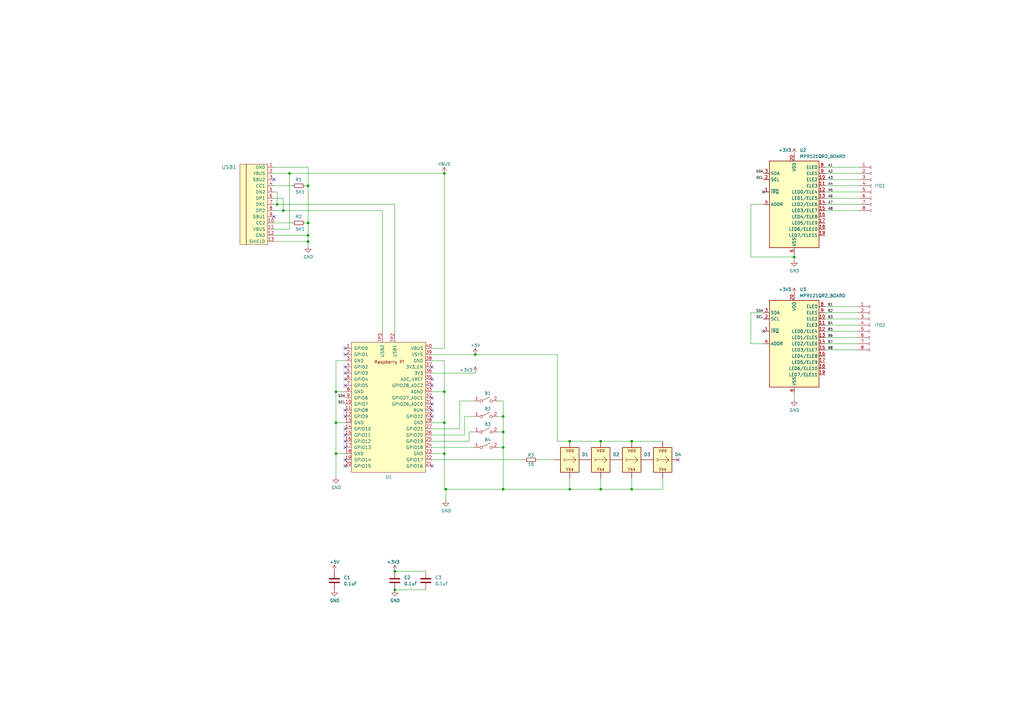
<source format=kicad_sch>
(kicad_sch
	(version 20231120)
	(generator "eeschema")
	(generator_version "8.0")
	(uuid "2e3f5573-c264-4a8b-a2f0-0e6473d39aad")
	(paper "A3")
	(lib_symbols
		(symbol "Connector:Conn_01x08_Socket"
			(pin_names
				(offset 1.016) hide)
			(exclude_from_sim no)
			(in_bom yes)
			(on_board yes)
			(property "Reference" "J"
				(at 0 10.16 0)
				(effects
					(font
						(size 1.27 1.27)
					)
				)
			)
			(property "Value" "Conn_01x08_Socket"
				(at 0 -12.7 0)
				(effects
					(font
						(size 1.27 1.27)
					)
				)
			)
			(property "Footprint" ""
				(at 0 0 0)
				(effects
					(font
						(size 1.27 1.27)
					)
					(hide yes)
				)
			)
			(property "Datasheet" "~"
				(at 0 0 0)
				(effects
					(font
						(size 1.27 1.27)
					)
					(hide yes)
				)
			)
			(property "Description" "Generic connector, single row, 01x08, script generated"
				(at 0 0 0)
				(effects
					(font
						(size 1.27 1.27)
					)
					(hide yes)
				)
			)
			(property "ki_locked" ""
				(at 0 0 0)
				(effects
					(font
						(size 1.27 1.27)
					)
				)
			)
			(property "ki_keywords" "connector"
				(at 0 0 0)
				(effects
					(font
						(size 1.27 1.27)
					)
					(hide yes)
				)
			)
			(property "ki_fp_filters" "Connector*:*_1x??_*"
				(at 0 0 0)
				(effects
					(font
						(size 1.27 1.27)
					)
					(hide yes)
				)
			)
			(symbol "Conn_01x08_Socket_1_1"
				(arc
					(start 0 -9.652)
					(mid -0.5058 -10.16)
					(end 0 -10.668)
					(stroke
						(width 0.1524)
						(type default)
					)
					(fill
						(type none)
					)
				)
				(arc
					(start 0 -7.112)
					(mid -0.5058 -7.62)
					(end 0 -8.128)
					(stroke
						(width 0.1524)
						(type default)
					)
					(fill
						(type none)
					)
				)
				(arc
					(start 0 -4.572)
					(mid -0.5058 -5.08)
					(end 0 -5.588)
					(stroke
						(width 0.1524)
						(type default)
					)
					(fill
						(type none)
					)
				)
				(arc
					(start 0 -2.032)
					(mid -0.5058 -2.54)
					(end 0 -3.048)
					(stroke
						(width 0.1524)
						(type default)
					)
					(fill
						(type none)
					)
				)
				(polyline
					(pts
						(xy -1.27 -10.16) (xy -0.508 -10.16)
					)
					(stroke
						(width 0.1524)
						(type default)
					)
					(fill
						(type none)
					)
				)
				(polyline
					(pts
						(xy -1.27 -7.62) (xy -0.508 -7.62)
					)
					(stroke
						(width 0.1524)
						(type default)
					)
					(fill
						(type none)
					)
				)
				(polyline
					(pts
						(xy -1.27 -5.08) (xy -0.508 -5.08)
					)
					(stroke
						(width 0.1524)
						(type default)
					)
					(fill
						(type none)
					)
				)
				(polyline
					(pts
						(xy -1.27 -2.54) (xy -0.508 -2.54)
					)
					(stroke
						(width 0.1524)
						(type default)
					)
					(fill
						(type none)
					)
				)
				(polyline
					(pts
						(xy -1.27 0) (xy -0.508 0)
					)
					(stroke
						(width 0.1524)
						(type default)
					)
					(fill
						(type none)
					)
				)
				(polyline
					(pts
						(xy -1.27 2.54) (xy -0.508 2.54)
					)
					(stroke
						(width 0.1524)
						(type default)
					)
					(fill
						(type none)
					)
				)
				(polyline
					(pts
						(xy -1.27 5.08) (xy -0.508 5.08)
					)
					(stroke
						(width 0.1524)
						(type default)
					)
					(fill
						(type none)
					)
				)
				(polyline
					(pts
						(xy -1.27 7.62) (xy -0.508 7.62)
					)
					(stroke
						(width 0.1524)
						(type default)
					)
					(fill
						(type none)
					)
				)
				(arc
					(start 0 0.508)
					(mid -0.5058 0)
					(end 0 -0.508)
					(stroke
						(width 0.1524)
						(type default)
					)
					(fill
						(type none)
					)
				)
				(arc
					(start 0 3.048)
					(mid -0.5058 2.54)
					(end 0 2.032)
					(stroke
						(width 0.1524)
						(type default)
					)
					(fill
						(type none)
					)
				)
				(arc
					(start 0 5.588)
					(mid -0.5058 5.08)
					(end 0 4.572)
					(stroke
						(width 0.1524)
						(type default)
					)
					(fill
						(type none)
					)
				)
				(arc
					(start 0 8.128)
					(mid -0.5058 7.62)
					(end 0 7.112)
					(stroke
						(width 0.1524)
						(type default)
					)
					(fill
						(type none)
					)
				)
				(pin passive line
					(at -5.08 7.62 0)
					(length 3.81)
					(name "Pin_1"
						(effects
							(font
								(size 1.27 1.27)
							)
						)
					)
					(number "1"
						(effects
							(font
								(size 1.27 1.27)
							)
						)
					)
				)
				(pin passive line
					(at -5.08 5.08 0)
					(length 3.81)
					(name "Pin_2"
						(effects
							(font
								(size 1.27 1.27)
							)
						)
					)
					(number "2"
						(effects
							(font
								(size 1.27 1.27)
							)
						)
					)
				)
				(pin passive line
					(at -5.08 2.54 0)
					(length 3.81)
					(name "Pin_3"
						(effects
							(font
								(size 1.27 1.27)
							)
						)
					)
					(number "3"
						(effects
							(font
								(size 1.27 1.27)
							)
						)
					)
				)
				(pin passive line
					(at -5.08 0 0)
					(length 3.81)
					(name "Pin_4"
						(effects
							(font
								(size 1.27 1.27)
							)
						)
					)
					(number "4"
						(effects
							(font
								(size 1.27 1.27)
							)
						)
					)
				)
				(pin passive line
					(at -5.08 -2.54 0)
					(length 3.81)
					(name "Pin_5"
						(effects
							(font
								(size 1.27 1.27)
							)
						)
					)
					(number "5"
						(effects
							(font
								(size 1.27 1.27)
							)
						)
					)
				)
				(pin passive line
					(at -5.08 -5.08 0)
					(length 3.81)
					(name "Pin_6"
						(effects
							(font
								(size 1.27 1.27)
							)
						)
					)
					(number "6"
						(effects
							(font
								(size 1.27 1.27)
							)
						)
					)
				)
				(pin passive line
					(at -5.08 -7.62 0)
					(length 3.81)
					(name "Pin_7"
						(effects
							(font
								(size 1.27 1.27)
							)
						)
					)
					(number "7"
						(effects
							(font
								(size 1.27 1.27)
							)
						)
					)
				)
				(pin passive line
					(at -5.08 -10.16 0)
					(length 3.81)
					(name "Pin_8"
						(effects
							(font
								(size 1.27 1.27)
							)
						)
					)
					(number "8"
						(effects
							(font
								(size 1.27 1.27)
							)
						)
					)
				)
			)
		)
		(symbol "Device:C"
			(pin_numbers hide)
			(pin_names
				(offset 0.254)
			)
			(exclude_from_sim no)
			(in_bom yes)
			(on_board yes)
			(property "Reference" "C"
				(at 0.635 2.54 0)
				(effects
					(font
						(size 1.27 1.27)
					)
					(justify left)
				)
			)
			(property "Value" "C"
				(at 0.635 -2.54 0)
				(effects
					(font
						(size 1.27 1.27)
					)
					(justify left)
				)
			)
			(property "Footprint" ""
				(at 0.9652 -3.81 0)
				(effects
					(font
						(size 1.27 1.27)
					)
					(hide yes)
				)
			)
			(property "Datasheet" "~"
				(at 0 0 0)
				(effects
					(font
						(size 1.27 1.27)
					)
					(hide yes)
				)
			)
			(property "Description" "Unpolarized capacitor"
				(at 0 0 0)
				(effects
					(font
						(size 1.27 1.27)
					)
					(hide yes)
				)
			)
			(property "ki_keywords" "cap capacitor"
				(at 0 0 0)
				(effects
					(font
						(size 1.27 1.27)
					)
					(hide yes)
				)
			)
			(property "ki_fp_filters" "C_*"
				(at 0 0 0)
				(effects
					(font
						(size 1.27 1.27)
					)
					(hide yes)
				)
			)
			(symbol "C_0_1"
				(polyline
					(pts
						(xy -2.032 -0.762) (xy 2.032 -0.762)
					)
					(stroke
						(width 0.508)
						(type default)
					)
					(fill
						(type none)
					)
				)
				(polyline
					(pts
						(xy -2.032 0.762) (xy 2.032 0.762)
					)
					(stroke
						(width 0.508)
						(type default)
					)
					(fill
						(type none)
					)
				)
			)
			(symbol "C_1_1"
				(pin passive line
					(at 0 3.81 270)
					(length 2.794)
					(name "~"
						(effects
							(font
								(size 1.27 1.27)
							)
						)
					)
					(number "1"
						(effects
							(font
								(size 1.27 1.27)
							)
						)
					)
				)
				(pin passive line
					(at 0 -3.81 90)
					(length 2.794)
					(name "~"
						(effects
							(font
								(size 1.27 1.27)
							)
						)
					)
					(number "2"
						(effects
							(font
								(size 1.27 1.27)
							)
						)
					)
				)
			)
		)
		(symbol "Device:R_Small"
			(pin_numbers hide)
			(pin_names
				(offset 0.254) hide)
			(exclude_from_sim no)
			(in_bom yes)
			(on_board yes)
			(property "Reference" "R"
				(at 0.762 0.508 0)
				(effects
					(font
						(size 1.27 1.27)
					)
					(justify left)
				)
			)
			(property "Value" "R_Small"
				(at 0.762 -1.016 0)
				(effects
					(font
						(size 1.27 1.27)
					)
					(justify left)
				)
			)
			(property "Footprint" ""
				(at 0 0 0)
				(effects
					(font
						(size 1.27 1.27)
					)
					(hide yes)
				)
			)
			(property "Datasheet" "~"
				(at 0 0 0)
				(effects
					(font
						(size 1.27 1.27)
					)
					(hide yes)
				)
			)
			(property "Description" "Resistor, small symbol"
				(at 0 0 0)
				(effects
					(font
						(size 1.27 1.27)
					)
					(hide yes)
				)
			)
			(property "ki_keywords" "R resistor"
				(at 0 0 0)
				(effects
					(font
						(size 1.27 1.27)
					)
					(hide yes)
				)
			)
			(property "ki_fp_filters" "R_*"
				(at 0 0 0)
				(effects
					(font
						(size 1.27 1.27)
					)
					(hide yes)
				)
			)
			(symbol "R_Small_0_1"
				(rectangle
					(start -0.762 1.778)
					(end 0.762 -1.778)
					(stroke
						(width 0.2032)
						(type default)
					)
					(fill
						(type none)
					)
				)
			)
			(symbol "R_Small_1_1"
				(pin passive line
					(at 0 2.54 270)
					(length 0.762)
					(name "~"
						(effects
							(font
								(size 1.27 1.27)
							)
						)
					)
					(number "1"
						(effects
							(font
								(size 1.27 1.27)
							)
						)
					)
				)
				(pin passive line
					(at 0 -2.54 90)
					(length 0.762)
					(name "~"
						(effects
							(font
								(size 1.27 1.27)
							)
						)
					)
					(number "2"
						(effects
							(font
								(size 1.27 1.27)
							)
						)
					)
				)
			)
		)
		(symbol "Switch:SW_SPST"
			(pin_names
				(offset 0) hide)
			(exclude_from_sim no)
			(in_bom yes)
			(on_board yes)
			(property "Reference" "SW"
				(at 0 3.175 0)
				(effects
					(font
						(size 1.27 1.27)
					)
				)
			)
			(property "Value" "SW_SPST"
				(at 0 -2.54 0)
				(effects
					(font
						(size 1.27 1.27)
					)
				)
			)
			(property "Footprint" ""
				(at 0 0 0)
				(effects
					(font
						(size 1.27 1.27)
					)
					(hide yes)
				)
			)
			(property "Datasheet" "~"
				(at 0 0 0)
				(effects
					(font
						(size 1.27 1.27)
					)
					(hide yes)
				)
			)
			(property "Description" "Single Pole Single Throw (SPST) switch"
				(at 0 0 0)
				(effects
					(font
						(size 1.27 1.27)
					)
					(hide yes)
				)
			)
			(property "ki_keywords" "switch lever"
				(at 0 0 0)
				(effects
					(font
						(size 1.27 1.27)
					)
					(hide yes)
				)
			)
			(symbol "SW_SPST_0_0"
				(circle
					(center -2.032 0)
					(radius 0.508)
					(stroke
						(width 0)
						(type default)
					)
					(fill
						(type none)
					)
				)
				(polyline
					(pts
						(xy -1.524 0.254) (xy 1.524 1.778)
					)
					(stroke
						(width 0)
						(type default)
					)
					(fill
						(type none)
					)
				)
				(circle
					(center 2.032 0)
					(radius 0.508)
					(stroke
						(width 0)
						(type default)
					)
					(fill
						(type none)
					)
				)
			)
			(symbol "SW_SPST_1_1"
				(pin passive line
					(at -5.08 0 0)
					(length 2.54)
					(name "A"
						(effects
							(font
								(size 1.27 1.27)
							)
						)
					)
					(number "1"
						(effects
							(font
								(size 1.27 1.27)
							)
						)
					)
				)
				(pin passive line
					(at 5.08 0 180)
					(length 2.54)
					(name "B"
						(effects
							(font
								(size 1.27 1.27)
							)
						)
					)
					(number "2"
						(effects
							(font
								(size 1.27 1.27)
							)
						)
					)
				)
			)
		)
		(symbol "Type-C:HRO-TYPE-C-31-M-12"
			(pin_names
				(offset 1.016)
			)
			(exclude_from_sim no)
			(in_bom yes)
			(on_board yes)
			(property "Reference" "USB"
				(at -5.08 16.51 0)
				(effects
					(font
						(size 1.524 1.524)
					)
				)
			)
			(property "Value" "HRO-TYPE-C-31-M-12"
				(at -10.16 -1.27 90)
				(effects
					(font
						(size 1.524 1.524)
					)
				)
			)
			(property "Footprint" ""
				(at 0 0 0)
				(effects
					(font
						(size 1.524 1.524)
					)
					(hide yes)
				)
			)
			(property "Datasheet" ""
				(at 0 0 0)
				(effects
					(font
						(size 1.524 1.524)
					)
					(hide yes)
				)
			)
			(property "Description" ""
				(at 0 0 0)
				(effects
					(font
						(size 1.27 1.27)
					)
					(hide yes)
				)
			)
			(symbol "HRO-TYPE-C-31-M-12_0_1"
				(rectangle
					(start -11.43 15.24)
					(end -8.89 -17.78)
					(stroke
						(width 0)
						(type default)
					)
					(fill
						(type background)
					)
				)
				(rectangle
					(start 0 -17.78)
					(end -8.89 15.24)
					(stroke
						(width 0)
						(type default)
					)
					(fill
						(type background)
					)
				)
			)
			(symbol "HRO-TYPE-C-31-M-12_1_1"
				(pin input line
					(at 2.54 13.97 180)
					(length 2.54)
					(name "GND"
						(effects
							(font
								(size 1.27 1.27)
							)
						)
					)
					(number "1"
						(effects
							(font
								(size 1.27 1.27)
							)
						)
					)
				)
				(pin input line
					(at 2.54 -8.89 180)
					(length 2.54)
					(name "CC2"
						(effects
							(font
								(size 1.27 1.27)
							)
						)
					)
					(number "10"
						(effects
							(font
								(size 1.27 1.27)
							)
						)
					)
				)
				(pin input line
					(at 2.54 -11.43 180)
					(length 2.54)
					(name "VBUS"
						(effects
							(font
								(size 1.27 1.27)
							)
						)
					)
					(number "11"
						(effects
							(font
								(size 1.27 1.27)
							)
						)
					)
				)
				(pin input line
					(at 2.54 -13.97 180)
					(length 2.54)
					(name "GND"
						(effects
							(font
								(size 1.27 1.27)
							)
						)
					)
					(number "12"
						(effects
							(font
								(size 1.27 1.27)
							)
						)
					)
				)
				(pin input line
					(at 2.54 -16.51 180)
					(length 2.54)
					(name "SHIELD"
						(effects
							(font
								(size 1.27 1.27)
							)
						)
					)
					(number "13"
						(effects
							(font
								(size 1.27 1.27)
							)
						)
					)
				)
				(pin input line
					(at 2.54 11.43 180)
					(length 2.54)
					(name "VBUS"
						(effects
							(font
								(size 1.27 1.27)
							)
						)
					)
					(number "2"
						(effects
							(font
								(size 1.27 1.27)
							)
						)
					)
				)
				(pin input line
					(at 2.54 8.89 180)
					(length 2.54)
					(name "SBU2"
						(effects
							(font
								(size 1.27 1.27)
							)
						)
					)
					(number "3"
						(effects
							(font
								(size 1.27 1.27)
							)
						)
					)
				)
				(pin input line
					(at 2.54 6.35 180)
					(length 2.54)
					(name "CC1"
						(effects
							(font
								(size 1.27 1.27)
							)
						)
					)
					(number "4"
						(effects
							(font
								(size 1.27 1.27)
							)
						)
					)
				)
				(pin input line
					(at 2.54 3.81 180)
					(length 2.54)
					(name "DN2"
						(effects
							(font
								(size 1.27 1.27)
							)
						)
					)
					(number "5"
						(effects
							(font
								(size 1.27 1.27)
							)
						)
					)
				)
				(pin input line
					(at 2.54 1.27 180)
					(length 2.54)
					(name "DP1"
						(effects
							(font
								(size 1.27 1.27)
							)
						)
					)
					(number "6"
						(effects
							(font
								(size 1.27 1.27)
							)
						)
					)
				)
				(pin input line
					(at 2.54 -1.27 180)
					(length 2.54)
					(name "DN1"
						(effects
							(font
								(size 1.27 1.27)
							)
						)
					)
					(number "7"
						(effects
							(font
								(size 1.27 1.27)
							)
						)
					)
				)
				(pin input line
					(at 2.54 -3.81 180)
					(length 2.54)
					(name "DP2"
						(effects
							(font
								(size 1.27 1.27)
							)
						)
					)
					(number "8"
						(effects
							(font
								(size 1.27 1.27)
							)
						)
					)
				)
				(pin input line
					(at 2.54 -6.35 180)
					(length 2.54)
					(name "SBU1"
						(effects
							(font
								(size 1.27 1.27)
							)
						)
					)
					(number "9"
						(effects
							(font
								(size 1.27 1.27)
							)
						)
					)
				)
			)
		)
		(symbol "ju_touch:PiPico_No_SWD"
			(pin_names
				(offset 1.016)
			)
			(exclude_from_sim no)
			(in_bom yes)
			(on_board yes)
			(property "Reference" "U"
				(at -13.97 27.94 0)
				(effects
					(font
						(size 1.27 1.27)
					)
				)
			)
			(property "Value" "PiPico_No_SWD"
				(at 0.254 16.002 0)
				(effects
					(font
						(size 1.27 1.27)
					)
				)
			)
			(property "Footprint" "groove_pico:RPi_Pico_SMD_Pins"
				(at 0 0 90)
				(effects
					(font
						(size 1.27 1.27)
					)
					(hide yes)
				)
			)
			(property "Datasheet" ""
				(at 0 0 0)
				(effects
					(font
						(size 1.27 1.27)
					)
					(hide yes)
				)
			)
			(property "Description" ""
				(at 0 0 0)
				(effects
					(font
						(size 1.27 1.27)
					)
					(hide yes)
				)
			)
			(symbol "PiPico_No_SWD_0_0"
				(text "Raspberry Pi"
					(at 0.254 18.542 0)
					(effects
						(font
							(size 1.27 1.27)
						)
					)
				)
			)
			(symbol "PiPico_No_SWD_0_1"
				(rectangle
					(start -15.24 26.67)
					(end 15.24 -26.67)
					(stroke
						(width 0)
						(type solid)
					)
					(fill
						(type background)
					)
				)
			)
			(symbol "PiPico_No_SWD_1_1"
				(pin bidirectional line
					(at -17.78 24.13 0)
					(length 2.54)
					(name "GPIO0"
						(effects
							(font
								(size 1.27 1.27)
							)
						)
					)
					(number "1"
						(effects
							(font
								(size 1.27 1.27)
							)
						)
					)
				)
				(pin bidirectional line
					(at -17.78 1.27 0)
					(length 2.54)
					(name "GPIO7"
						(effects
							(font
								(size 1.27 1.27)
							)
						)
					)
					(number "10"
						(effects
							(font
								(size 1.27 1.27)
							)
						)
					)
				)
				(pin bidirectional line
					(at -17.78 -1.27 0)
					(length 2.54)
					(name "GPIO8"
						(effects
							(font
								(size 1.27 1.27)
							)
						)
					)
					(number "11"
						(effects
							(font
								(size 1.27 1.27)
							)
						)
					)
				)
				(pin bidirectional line
					(at -17.78 -3.81 0)
					(length 2.54)
					(name "GPIO9"
						(effects
							(font
								(size 1.27 1.27)
							)
						)
					)
					(number "12"
						(effects
							(font
								(size 1.27 1.27)
							)
						)
					)
				)
				(pin power_in line
					(at -17.78 -6.35 0)
					(length 2.54)
					(name "GND"
						(effects
							(font
								(size 1.27 1.27)
							)
						)
					)
					(number "13"
						(effects
							(font
								(size 1.27 1.27)
							)
						)
					)
				)
				(pin bidirectional line
					(at -17.78 -8.89 0)
					(length 2.54)
					(name "GPIO10"
						(effects
							(font
								(size 1.27 1.27)
							)
						)
					)
					(number "14"
						(effects
							(font
								(size 1.27 1.27)
							)
						)
					)
				)
				(pin bidirectional line
					(at -17.78 -11.43 0)
					(length 2.54)
					(name "GPIO11"
						(effects
							(font
								(size 1.27 1.27)
							)
						)
					)
					(number "15"
						(effects
							(font
								(size 1.27 1.27)
							)
						)
					)
				)
				(pin bidirectional line
					(at -17.78 -13.97 0)
					(length 2.54)
					(name "GPIO12"
						(effects
							(font
								(size 1.27 1.27)
							)
						)
					)
					(number "16"
						(effects
							(font
								(size 1.27 1.27)
							)
						)
					)
				)
				(pin bidirectional line
					(at -17.78 -16.51 0)
					(length 2.54)
					(name "GPIO13"
						(effects
							(font
								(size 1.27 1.27)
							)
						)
					)
					(number "17"
						(effects
							(font
								(size 1.27 1.27)
							)
						)
					)
				)
				(pin power_in line
					(at -17.78 -19.05 0)
					(length 2.54)
					(name "GND"
						(effects
							(font
								(size 1.27 1.27)
							)
						)
					)
					(number "18"
						(effects
							(font
								(size 1.27 1.27)
							)
						)
					)
				)
				(pin bidirectional line
					(at -17.78 -21.59 0)
					(length 2.54)
					(name "GPIO14"
						(effects
							(font
								(size 1.27 1.27)
							)
						)
					)
					(number "19"
						(effects
							(font
								(size 1.27 1.27)
							)
						)
					)
				)
				(pin bidirectional line
					(at -17.78 21.59 0)
					(length 2.54)
					(name "GPIO1"
						(effects
							(font
								(size 1.27 1.27)
							)
						)
					)
					(number "2"
						(effects
							(font
								(size 1.27 1.27)
							)
						)
					)
				)
				(pin bidirectional line
					(at -17.78 -24.13 0)
					(length 2.54)
					(name "GPIO15"
						(effects
							(font
								(size 1.27 1.27)
							)
						)
					)
					(number "20"
						(effects
							(font
								(size 1.27 1.27)
							)
						)
					)
				)
				(pin bidirectional line
					(at 17.78 -24.13 180)
					(length 2.54)
					(name "GPIO16"
						(effects
							(font
								(size 1.27 1.27)
							)
						)
					)
					(number "21"
						(effects
							(font
								(size 1.27 1.27)
							)
						)
					)
				)
				(pin bidirectional line
					(at 17.78 -21.59 180)
					(length 2.54)
					(name "GPIO17"
						(effects
							(font
								(size 1.27 1.27)
							)
						)
					)
					(number "22"
						(effects
							(font
								(size 1.27 1.27)
							)
						)
					)
				)
				(pin power_in line
					(at 17.78 -19.05 180)
					(length 2.54)
					(name "GND"
						(effects
							(font
								(size 1.27 1.27)
							)
						)
					)
					(number "23"
						(effects
							(font
								(size 1.27 1.27)
							)
						)
					)
				)
				(pin bidirectional line
					(at 17.78 -16.51 180)
					(length 2.54)
					(name "GPIO18"
						(effects
							(font
								(size 1.27 1.27)
							)
						)
					)
					(number "24"
						(effects
							(font
								(size 1.27 1.27)
							)
						)
					)
				)
				(pin bidirectional line
					(at 17.78 -13.97 180)
					(length 2.54)
					(name "GPIO19"
						(effects
							(font
								(size 1.27 1.27)
							)
						)
					)
					(number "25"
						(effects
							(font
								(size 1.27 1.27)
							)
						)
					)
				)
				(pin bidirectional line
					(at 17.78 -11.43 180)
					(length 2.54)
					(name "GPIO20"
						(effects
							(font
								(size 1.27 1.27)
							)
						)
					)
					(number "26"
						(effects
							(font
								(size 1.27 1.27)
							)
						)
					)
				)
				(pin bidirectional line
					(at 17.78 -8.89 180)
					(length 2.54)
					(name "GPIO21"
						(effects
							(font
								(size 1.27 1.27)
							)
						)
					)
					(number "27"
						(effects
							(font
								(size 1.27 1.27)
							)
						)
					)
				)
				(pin power_in line
					(at 17.78 -6.35 180)
					(length 2.54)
					(name "GND"
						(effects
							(font
								(size 1.27 1.27)
							)
						)
					)
					(number "28"
						(effects
							(font
								(size 1.27 1.27)
							)
						)
					)
				)
				(pin bidirectional line
					(at 17.78 -3.81 180)
					(length 2.54)
					(name "GPIO22"
						(effects
							(font
								(size 1.27 1.27)
							)
						)
					)
					(number "29"
						(effects
							(font
								(size 1.27 1.27)
							)
						)
					)
				)
				(pin power_in line
					(at -17.78 19.05 0)
					(length 2.54)
					(name "GND"
						(effects
							(font
								(size 1.27 1.27)
							)
						)
					)
					(number "3"
						(effects
							(font
								(size 1.27 1.27)
							)
						)
					)
				)
				(pin input line
					(at 17.78 -1.27 180)
					(length 2.54)
					(name "RUN"
						(effects
							(font
								(size 1.27 1.27)
							)
						)
					)
					(number "30"
						(effects
							(font
								(size 1.27 1.27)
							)
						)
					)
				)
				(pin bidirectional line
					(at 17.78 1.27 180)
					(length 2.54)
					(name "GPIO26_ADC0"
						(effects
							(font
								(size 1.27 1.27)
							)
						)
					)
					(number "31"
						(effects
							(font
								(size 1.27 1.27)
							)
						)
					)
				)
				(pin bidirectional line
					(at 17.78 3.81 180)
					(length 2.54)
					(name "GPIO27_ADC1"
						(effects
							(font
								(size 1.27 1.27)
							)
						)
					)
					(number "32"
						(effects
							(font
								(size 1.27 1.27)
							)
						)
					)
				)
				(pin power_in line
					(at 17.78 6.35 180)
					(length 2.54)
					(name "AGND"
						(effects
							(font
								(size 1.27 1.27)
							)
						)
					)
					(number "33"
						(effects
							(font
								(size 1.27 1.27)
							)
						)
					)
				)
				(pin bidirectional line
					(at 17.78 8.89 180)
					(length 2.54)
					(name "GPIO28_ADC2"
						(effects
							(font
								(size 1.27 1.27)
							)
						)
					)
					(number "34"
						(effects
							(font
								(size 1.27 1.27)
							)
						)
					)
				)
				(pin unspecified line
					(at 17.78 11.43 180)
					(length 2.54)
					(name "ADC_VREF"
						(effects
							(font
								(size 1.27 1.27)
							)
						)
					)
					(number "35"
						(effects
							(font
								(size 1.27 1.27)
							)
						)
					)
				)
				(pin unspecified line
					(at 17.78 13.97 180)
					(length 2.54)
					(name "3V3"
						(effects
							(font
								(size 1.27 1.27)
							)
						)
					)
					(number "36"
						(effects
							(font
								(size 1.27 1.27)
							)
						)
					)
				)
				(pin input line
					(at 17.78 16.51 180)
					(length 2.54)
					(name "3V3_EN"
						(effects
							(font
								(size 1.27 1.27)
							)
						)
					)
					(number "37"
						(effects
							(font
								(size 1.27 1.27)
							)
						)
					)
				)
				(pin bidirectional line
					(at 17.78 19.05 180)
					(length 2.54)
					(name "GND"
						(effects
							(font
								(size 1.27 1.27)
							)
						)
					)
					(number "38"
						(effects
							(font
								(size 1.27 1.27)
							)
						)
					)
				)
				(pin unspecified line
					(at 17.78 21.59 180)
					(length 2.54)
					(name "VSYS"
						(effects
							(font
								(size 1.27 1.27)
							)
						)
					)
					(number "39"
						(effects
							(font
								(size 1.27 1.27)
							)
						)
					)
				)
				(pin bidirectional line
					(at -17.78 16.51 0)
					(length 2.54)
					(name "GPIO2"
						(effects
							(font
								(size 1.27 1.27)
							)
						)
					)
					(number "4"
						(effects
							(font
								(size 1.27 1.27)
							)
						)
					)
				)
				(pin unspecified line
					(at 17.78 24.13 180)
					(length 2.54)
					(name "VBUS"
						(effects
							(font
								(size 1.27 1.27)
							)
						)
					)
					(number "40"
						(effects
							(font
								(size 1.27 1.27)
							)
						)
					)
				)
				(pin bidirectional line
					(at -17.78 13.97 0)
					(length 2.54)
					(name "GPIO3"
						(effects
							(font
								(size 1.27 1.27)
							)
						)
					)
					(number "5"
						(effects
							(font
								(size 1.27 1.27)
							)
						)
					)
				)
				(pin bidirectional line
					(at -17.78 11.43 0)
					(length 2.54)
					(name "GPIO4"
						(effects
							(font
								(size 1.27 1.27)
							)
						)
					)
					(number "6"
						(effects
							(font
								(size 1.27 1.27)
							)
						)
					)
				)
				(pin bidirectional line
					(at -17.78 8.89 0)
					(length 2.54)
					(name "GPIO5"
						(effects
							(font
								(size 1.27 1.27)
							)
						)
					)
					(number "7"
						(effects
							(font
								(size 1.27 1.27)
							)
						)
					)
				)
				(pin power_in line
					(at -17.78 6.35 0)
					(length 2.54)
					(name "GND"
						(effects
							(font
								(size 1.27 1.27)
							)
						)
					)
					(number "8"
						(effects
							(font
								(size 1.27 1.27)
							)
						)
					)
				)
				(pin bidirectional line
					(at -17.78 3.81 0)
					(length 2.54)
					(name "GPIO6"
						(effects
							(font
								(size 1.27 1.27)
							)
						)
					)
					(number "9"
						(effects
							(font
								(size 1.27 1.27)
							)
						)
					)
				)
				(pin bidirectional line
					(at 2.54 30.48 270)
					(length 3.81)
					(name "USB1"
						(effects
							(font
								(size 1.27 1.27)
							)
						)
					)
					(number "TP2"
						(effects
							(font
								(size 1.27 1.27)
							)
						)
					)
				)
				(pin bidirectional line
					(at -2.54 30.48 270)
					(length 3.81)
					(name "USB2"
						(effects
							(font
								(size 1.27 1.27)
							)
						)
					)
					(number "TP3"
						(effects
							(font
								(size 1.27 1.27)
							)
						)
					)
				)
			)
		)
		(symbol "mai_io:MPR121QR2_BOARD"
			(exclude_from_sim no)
			(in_bom yes)
			(on_board yes)
			(property "Reference" "U"
				(at -10.16 19.05 0)
				(effects
					(font
						(size 1.27 1.27)
					)
				)
			)
			(property "Value" "MPR121QR2_BOARD"
				(at 6.35 19.05 0)
				(effects
					(font
						(size 1.27 1.27)
					)
				)
			)
			(property "Footprint" "mai_io:MPR121_BOARD"
				(at 0 -19.05 0)
				(effects
					(font
						(size 1.27 1.27)
					)
					(hide yes)
				)
			)
			(property "Datasheet" "https://resurgentsemi.com/wp-content/uploads/2018/09/MPR121_rev5-Resurgent.pdf?d453f8&d453f8"
				(at -11.43 -7.62 0)
				(effects
					(font
						(size 1.27 1.27)
					)
					(hide yes)
				)
			)
			(property "Description" "12ch Touch Sensor controller, UQFN-20"
				(at 0 0 0)
				(effects
					(font
						(size 1.27 1.27)
					)
					(hide yes)
				)
			)
			(property "ki_keywords" "Touch Sensor 12ch"
				(at 0 0 0)
				(effects
					(font
						(size 1.27 1.27)
					)
					(hide yes)
				)
			)
			(property "ki_fp_filters" "UQFN*3x3mm*P0.4mm*"
				(at 0 0 0)
				(effects
					(font
						(size 1.27 1.27)
					)
					(hide yes)
				)
			)
			(symbol "MPR121QR2_BOARD_0_1"
				(rectangle
					(start -10.16 17.78)
					(end 10.16 -17.78)
					(stroke
						(width 0.254)
						(type default)
					)
					(fill
						(type background)
					)
				)
			)
			(symbol "MPR121QR2_BOARD_1_1"
				(pin open_collector line
					(at -12.7 5.08 0)
					(length 2.54)
					(name "~{IRQ}"
						(effects
							(font
								(size 1.27 1.27)
							)
						)
					)
					(number "1"
						(effects
							(font
								(size 1.27 1.27)
							)
						)
					)
				)
				(pin passive line
					(at 12.7 10.16 180)
					(length 2.54)
					(name "ELE2"
						(effects
							(font
								(size 1.27 1.27)
							)
						)
					)
					(number "10"
						(effects
							(font
								(size 1.27 1.27)
							)
						)
					)
				)
				(pin passive line
					(at 12.7 7.62 180)
					(length 2.54)
					(name "ELE3"
						(effects
							(font
								(size 1.27 1.27)
							)
						)
					)
					(number "11"
						(effects
							(font
								(size 1.27 1.27)
							)
						)
					)
				)
				(pin passive line
					(at 12.7 5.08 180)
					(length 2.54)
					(name "LED0/ELE4"
						(effects
							(font
								(size 1.27 1.27)
							)
						)
					)
					(number "12"
						(effects
							(font
								(size 1.27 1.27)
							)
						)
					)
				)
				(pin passive line
					(at 12.7 2.54 180)
					(length 2.54)
					(name "LED1/ELE5"
						(effects
							(font
								(size 1.27 1.27)
							)
						)
					)
					(number "13"
						(effects
							(font
								(size 1.27 1.27)
							)
						)
					)
				)
				(pin passive line
					(at 12.7 0 180)
					(length 2.54)
					(name "LED2/ELE6"
						(effects
							(font
								(size 1.27 1.27)
							)
						)
					)
					(number "14"
						(effects
							(font
								(size 1.27 1.27)
							)
						)
					)
				)
				(pin passive line
					(at 12.7 -2.54 180)
					(length 2.54)
					(name "LED3/ELE7"
						(effects
							(font
								(size 1.27 1.27)
							)
						)
					)
					(number "15"
						(effects
							(font
								(size 1.27 1.27)
							)
						)
					)
				)
				(pin passive line
					(at 12.7 -5.08 180)
					(length 2.54)
					(name "LED4/ELE8"
						(effects
							(font
								(size 1.27 1.27)
							)
						)
					)
					(number "16"
						(effects
							(font
								(size 1.27 1.27)
							)
						)
					)
				)
				(pin passive line
					(at 12.7 -7.62 180)
					(length 2.54)
					(name "LED5/ELE9"
						(effects
							(font
								(size 1.27 1.27)
							)
						)
					)
					(number "17"
						(effects
							(font
								(size 1.27 1.27)
							)
						)
					)
				)
				(pin passive line
					(at 12.7 -10.16 180)
					(length 2.54)
					(name "LED6/ELE10"
						(effects
							(font
								(size 1.27 1.27)
							)
						)
					)
					(number "18"
						(effects
							(font
								(size 1.27 1.27)
							)
						)
					)
				)
				(pin passive line
					(at 12.7 -12.7 180)
					(length 2.54)
					(name "LED7/ELE11"
						(effects
							(font
								(size 1.27 1.27)
							)
						)
					)
					(number "19"
						(effects
							(font
								(size 1.27 1.27)
							)
						)
					)
				)
				(pin input line
					(at -12.7 10.16 0)
					(length 2.54)
					(name "SCL"
						(effects
							(font
								(size 1.27 1.27)
							)
						)
					)
					(number "2"
						(effects
							(font
								(size 1.27 1.27)
							)
						)
					)
				)
				(pin power_in line
					(at 0 20.32 270)
					(length 2.54)
					(name "VDD"
						(effects
							(font
								(size 1.27 1.27)
							)
						)
					)
					(number "20"
						(effects
							(font
								(size 1.27 1.27)
							)
						)
					)
				)
				(pin bidirectional line
					(at -12.7 12.7 0)
					(length 2.54)
					(name "SDA"
						(effects
							(font
								(size 1.27 1.27)
							)
						)
					)
					(number "3"
						(effects
							(font
								(size 1.27 1.27)
							)
						)
					)
				)
				(pin input line
					(at -12.7 0 0)
					(length 2.54)
					(name "ADDR"
						(effects
							(font
								(size 1.27 1.27)
							)
						)
					)
					(number "4"
						(effects
							(font
								(size 1.27 1.27)
							)
						)
					)
				)
				(pin power_in line
					(at 0 -20.32 90)
					(length 2.54)
					(name "VSS"
						(effects
							(font
								(size 1.27 1.27)
							)
						)
					)
					(number "6"
						(effects
							(font
								(size 1.27 1.27)
							)
						)
					)
				)
				(pin passive line
					(at 12.7 15.24 180)
					(length 2.54)
					(name "ELE0"
						(effects
							(font
								(size 1.27 1.27)
							)
						)
					)
					(number "8"
						(effects
							(font
								(size 1.27 1.27)
							)
						)
					)
				)
				(pin passive line
					(at 12.7 12.7 180)
					(length 2.54)
					(name "ELE1"
						(effects
							(font
								(size 1.27 1.27)
							)
						)
					)
					(number "9"
						(effects
							(font
								(size 1.27 1.27)
							)
						)
					)
				)
			)
		)
		(symbol "musec_pico:WS2812B_Unified"
			(pin_numbers hide)
			(pin_names
				(offset 0.254) hide)
			(exclude_from_sim no)
			(in_bom yes)
			(on_board yes)
			(property "Reference" "D10"
				(at 2.54 6.35 0)
				(effects
					(font
						(size 1.27 1.27)
					)
				)
			)
			(property "Value" "WS2812B_Unified"
				(at 15.24 1.7907 0)
				(effects
					(font
						(size 1.27 1.27)
					)
					(hide yes)
				)
			)
			(property "Footprint" "musec_pico:WS2812B-2835"
				(at 1.27 -7.62 0)
				(effects
					(font
						(size 1.27 1.27)
					)
					(justify left top)
					(hide yes)
				)
			)
			(property "Datasheet" ""
				(at 2.54 -9.525 0)
				(effects
					(font
						(size 1.27 1.27)
					)
					(justify left top)
					(hide yes)
				)
			)
			(property "Description" "RGB LED with integrated controller"
				(at 0 0 0)
				(effects
					(font
						(size 1.27 1.27)
					)
					(hide yes)
				)
			)
			(property "ki_keywords" "RGB LED NeoPixel addressable"
				(at 0 0 0)
				(effects
					(font
						(size 1.27 1.27)
					)
					(hide yes)
				)
			)
			(property "ki_fp_filters" "LED*WS2812"
				(at 0 0 0)
				(effects
					(font
						(size 1.27 1.27)
					)
					(hide yes)
				)
			)
			(symbol "WS2812B_Unified_0_0"
				(polyline
					(pts
						(xy -1.905 0) (xy 2.54 0) (xy 1.27 1.27)
					)
					(stroke
						(width 0)
						(type default)
					)
					(fill
						(type none)
					)
				)
				(text "Vdd"
					(at 0 3.81 0)
					(effects
						(font
							(size 1.27 1.27)
						)
					)
				)
				(text "Vss"
					(at 0 -3.81 0)
					(effects
						(font
							(size 1.27 1.27)
						)
					)
				)
			)
			(symbol "WS2812B_Unified_0_1"
				(rectangle
					(start -3.81 5.08)
					(end 3.81 -5.08)
					(stroke
						(width 0.254)
						(type default)
					)
					(fill
						(type background)
					)
				)
				(polyline
					(pts
						(xy 1.27 -1.27) (xy 2.54 0)
					)
					(stroke
						(width 0)
						(type default)
					)
					(fill
						(type none)
					)
				)
				(polyline
					(pts
						(xy -2.54 0.635) (xy -1.905 0) (xy -2.54 -0.635)
					)
					(stroke
						(width 0)
						(type default)
					)
					(fill
						(type none)
					)
				)
			)
			(symbol "WS2812B_Unified_1_1"
				(pin power_in line
					(at 0 -7.62 90)
					(length 2.54)
					(name "VSS"
						(effects
							(font
								(size 1.27 1.27)
							)
						)
					)
					(number "G"
						(effects
							(font
								(size 1.27 1.27)
							)
						)
					)
				)
				(pin input line
					(at -6.35 0 0)
					(length 2.54)
					(name "In"
						(effects
							(font
								(size 1.27 1.27)
							)
						)
					)
					(number "I"
						(effects
							(font
								(size 1.27 1.27)
							)
						)
					)
				)
				(pin output line
					(at 6.35 0 180)
					(length 2.54)
					(name "Out"
						(effects
							(font
								(size 1.27 1.27)
							)
						)
					)
					(number "O"
						(effects
							(font
								(size 1.27 1.27)
							)
						)
					)
				)
				(pin power_in line
					(at 0 7.62 270)
					(length 2.54)
					(name "VDD"
						(effects
							(font
								(size 1.27 1.27)
							)
						)
					)
					(number "V"
						(effects
							(font
								(size 1.27 1.27)
							)
						)
					)
				)
			)
		)
		(symbol "power:+3V3"
			(power)
			(pin_names
				(offset 0)
			)
			(exclude_from_sim no)
			(in_bom yes)
			(on_board yes)
			(property "Reference" "#PWR"
				(at 0 -3.81 0)
				(effects
					(font
						(size 1.27 1.27)
					)
					(hide yes)
				)
			)
			(property "Value" "+3V3"
				(at 0 3.556 0)
				(effects
					(font
						(size 1.27 1.27)
					)
				)
			)
			(property "Footprint" ""
				(at 0 0 0)
				(effects
					(font
						(size 1.27 1.27)
					)
					(hide yes)
				)
			)
			(property "Datasheet" ""
				(at 0 0 0)
				(effects
					(font
						(size 1.27 1.27)
					)
					(hide yes)
				)
			)
			(property "Description" "Power symbol creates a global label with name \"+3V3\""
				(at 0 0 0)
				(effects
					(font
						(size 1.27 1.27)
					)
					(hide yes)
				)
			)
			(property "ki_keywords" "power-flag"
				(at 0 0 0)
				(effects
					(font
						(size 1.27 1.27)
					)
					(hide yes)
				)
			)
			(symbol "+3V3_0_1"
				(polyline
					(pts
						(xy -0.762 1.27) (xy 0 2.54)
					)
					(stroke
						(width 0)
						(type default)
					)
					(fill
						(type none)
					)
				)
				(polyline
					(pts
						(xy 0 0) (xy 0 2.54)
					)
					(stroke
						(width 0)
						(type default)
					)
					(fill
						(type none)
					)
				)
				(polyline
					(pts
						(xy 0 2.54) (xy 0.762 1.27)
					)
					(stroke
						(width 0)
						(type default)
					)
					(fill
						(type none)
					)
				)
			)
			(symbol "+3V3_1_1"
				(pin power_in line
					(at 0 0 90)
					(length 0) hide
					(name "+3V3"
						(effects
							(font
								(size 1.27 1.27)
							)
						)
					)
					(number "1"
						(effects
							(font
								(size 1.27 1.27)
							)
						)
					)
				)
			)
		)
		(symbol "power:+5V"
			(power)
			(pin_names
				(offset 0)
			)
			(exclude_from_sim no)
			(in_bom yes)
			(on_board yes)
			(property "Reference" "#PWR"
				(at 0 -3.81 0)
				(effects
					(font
						(size 1.27 1.27)
					)
					(hide yes)
				)
			)
			(property "Value" "+5V"
				(at 0 3.556 0)
				(effects
					(font
						(size 1.27 1.27)
					)
				)
			)
			(property "Footprint" ""
				(at 0 0 0)
				(effects
					(font
						(size 1.27 1.27)
					)
					(hide yes)
				)
			)
			(property "Datasheet" ""
				(at 0 0 0)
				(effects
					(font
						(size 1.27 1.27)
					)
					(hide yes)
				)
			)
			(property "Description" "Power symbol creates a global label with name \"+5V\""
				(at 0 0 0)
				(effects
					(font
						(size 1.27 1.27)
					)
					(hide yes)
				)
			)
			(property "ki_keywords" "power-flag"
				(at 0 0 0)
				(effects
					(font
						(size 1.27 1.27)
					)
					(hide yes)
				)
			)
			(symbol "+5V_0_1"
				(polyline
					(pts
						(xy -0.762 1.27) (xy 0 2.54)
					)
					(stroke
						(width 0)
						(type default)
					)
					(fill
						(type none)
					)
				)
				(polyline
					(pts
						(xy 0 0) (xy 0 2.54)
					)
					(stroke
						(width 0)
						(type default)
					)
					(fill
						(type none)
					)
				)
				(polyline
					(pts
						(xy 0 2.54) (xy 0.762 1.27)
					)
					(stroke
						(width 0)
						(type default)
					)
					(fill
						(type none)
					)
				)
			)
			(symbol "+5V_1_1"
				(pin power_in line
					(at 0 0 90)
					(length 0) hide
					(name "+5V"
						(effects
							(font
								(size 1.27 1.27)
							)
						)
					)
					(number "1"
						(effects
							(font
								(size 1.27 1.27)
							)
						)
					)
				)
			)
		)
		(symbol "power:GND"
			(power)
			(pin_names
				(offset 0)
			)
			(exclude_from_sim no)
			(in_bom yes)
			(on_board yes)
			(property "Reference" "#PWR"
				(at 0 -6.35 0)
				(effects
					(font
						(size 1.27 1.27)
					)
					(hide yes)
				)
			)
			(property "Value" "GND"
				(at 0 -3.81 0)
				(effects
					(font
						(size 1.27 1.27)
					)
				)
			)
			(property "Footprint" ""
				(at 0 0 0)
				(effects
					(font
						(size 1.27 1.27)
					)
					(hide yes)
				)
			)
			(property "Datasheet" ""
				(at 0 0 0)
				(effects
					(font
						(size 1.27 1.27)
					)
					(hide yes)
				)
			)
			(property "Description" "Power symbol creates a global label with name \"GND\" , ground"
				(at 0 0 0)
				(effects
					(font
						(size 1.27 1.27)
					)
					(hide yes)
				)
			)
			(property "ki_keywords" "power-flag"
				(at 0 0 0)
				(effects
					(font
						(size 1.27 1.27)
					)
					(hide yes)
				)
			)
			(symbol "GND_0_1"
				(polyline
					(pts
						(xy 0 0) (xy 0 -1.27) (xy 1.27 -1.27) (xy 0 -2.54) (xy -1.27 -1.27) (xy 0 -1.27)
					)
					(stroke
						(width 0)
						(type default)
					)
					(fill
						(type none)
					)
				)
			)
			(symbol "GND_1_1"
				(pin power_in line
					(at 0 0 270)
					(length 0) hide
					(name "GND"
						(effects
							(font
								(size 1.27 1.27)
							)
						)
					)
					(number "1"
						(effects
							(font
								(size 1.27 1.27)
							)
						)
					)
				)
			)
		)
	)
	(junction
		(at 116.205 86.36)
		(diameter 0)
		(color 0 0 0 0)
		(uuid "0de7844b-b2a8-433f-9d7c-4352bce4fd90")
	)
	(junction
		(at 126.365 99.06)
		(diameter 0)
		(color 0 0 0 0)
		(uuid "204ed602-753e-4f76-906f-96212fefff7c")
	)
	(junction
		(at 182.245 186.055)
		(diameter 0)
		(color 0 0 0 0)
		(uuid "2b1da965-f590-48d4-866d-7f77e3fd24da")
	)
	(junction
		(at 246.38 200.66)
		(diameter 0)
		(color 0 0 0 0)
		(uuid "2eade49d-4372-4ebb-84bb-d71bbe369d5e")
	)
	(junction
		(at 259.08 180.975)
		(diameter 0)
		(color 0 0 0 0)
		(uuid "341ce8ed-281e-4fe6-9e10-f319694cc6d8")
	)
	(junction
		(at 161.925 234.315)
		(diameter 0)
		(color 0 0 0 0)
		(uuid "34c6c1b3-8587-4847-98d4-928cda85e57e")
	)
	(junction
		(at 259.08 200.66)
		(diameter 0)
		(color 0 0 0 0)
		(uuid "35f56694-f85c-41e2-b677-caac994d8b3e")
	)
	(junction
		(at 233.68 180.975)
		(diameter 0)
		(color 0 0 0 0)
		(uuid "40657173-bb23-40cf-97e1-0a067fdfdeff")
	)
	(junction
		(at 206.375 177.165)
		(diameter 0)
		(color 0 0 0 0)
		(uuid "458e9bfb-ebe3-4494-b7bf-893855bd2ee2")
	)
	(junction
		(at 161.925 241.935)
		(diameter 0)
		(color 0 0 0 0)
		(uuid "48e0c337-873d-4126-bb25-ec9464d936c0")
	)
	(junction
		(at 137.795 186.055)
		(diameter 0)
		(color 0 0 0 0)
		(uuid "5da908a0-a166-430f-b8d6-3b2ec8444c35")
	)
	(junction
		(at 118.745 71.12)
		(diameter 0)
		(color 0 0 0 0)
		(uuid "635de3db-1c45-4de8-ab43-61dca99930bf")
	)
	(junction
		(at 246.38 180.975)
		(diameter 0)
		(color 0 0 0 0)
		(uuid "6a38aa35-a816-4811-a8af-fe0e11ab9815")
	)
	(junction
		(at 126.365 96.52)
		(diameter 0)
		(color 0 0 0 0)
		(uuid "7105036b-408b-44b3-9168-36ebb2978052")
	)
	(junction
		(at 206.375 183.515)
		(diameter 0)
		(color 0 0 0 0)
		(uuid "a3fbc777-b116-4a15-b6d5-4733f48f19c9")
	)
	(junction
		(at 325.755 105.41)
		(diameter 0)
		(color 0 0 0 0)
		(uuid "a453afb8-e69f-43b3-8d06-c78359e13072")
	)
	(junction
		(at 182.245 71.12)
		(diameter 0)
		(color 0 0 0 0)
		(uuid "a931d46c-a8e2-403a-8a65-59fe0e2dc883")
	)
	(junction
		(at 126.365 91.44)
		(diameter 0)
		(color 0 0 0 0)
		(uuid "b62aa956-9311-4f88-9886-280bb183eeb2")
	)
	(junction
		(at 137.795 173.355)
		(diameter 0)
		(color 0 0 0 0)
		(uuid "b6c9967b-f254-4f60-b18f-1bdf657a45ee")
	)
	(junction
		(at 206.375 170.815)
		(diameter 0)
		(color 0 0 0 0)
		(uuid "b8517eb5-7cb8-4ed0-ab16-cd04db0e7626")
	)
	(junction
		(at 126.365 76.2)
		(diameter 0)
		(color 0 0 0 0)
		(uuid "ba37d704-4b6a-4ae5-b6f6-03b00a6bc144")
	)
	(junction
		(at 182.245 160.655)
		(diameter 0)
		(color 0 0 0 0)
		(uuid "bccdfa05-fe8e-4d40-bddb-5944201cdfce")
	)
	(junction
		(at 137.795 160.655)
		(diameter 0)
		(color 0 0 0 0)
		(uuid "d1d1050e-598a-46ab-acbe-d4e45528f065")
	)
	(junction
		(at 206.375 200.66)
		(diameter 0)
		(color 0 0 0 0)
		(uuid "d21b1cca-7e06-42da-aa9d-171dd721b196")
	)
	(junction
		(at 233.68 200.66)
		(diameter 0)
		(color 0 0 0 0)
		(uuid "d98c7302-35f8-42ac-9fa5-9ae314c2d6ad")
	)
	(junction
		(at 182.88 200.66)
		(diameter 0)
		(color 0 0 0 0)
		(uuid "e8490609-9457-4df1-8bb0-a546de062c64")
	)
	(junction
		(at 182.245 173.355)
		(diameter 0)
		(color 0 0 0 0)
		(uuid "ea25e48a-c5ab-4b22-8eb3-e53abf09a638")
	)
	(junction
		(at 113.665 83.82)
		(diameter 0)
		(color 0 0 0 0)
		(uuid "f7b25509-3515-495d-bbeb-3f2c3d815ad2")
	)
	(junction
		(at 194.945 145.415)
		(diameter 0)
		(color 0 0 0 0)
		(uuid "f973c936-01f8-443f-a549-1054880e8689")
	)
	(no_connect
		(at 141.605 145.415)
		(uuid "00da42b4-c577-44c8-9103-ddf7a283ccdd")
	)
	(no_connect
		(at 141.605 178.435)
		(uuid "10fee8d8-0c3d-49b5-8a5a-237615b3cab0")
	)
	(no_connect
		(at 141.605 142.875)
		(uuid "2ea0c41c-6267-4533-b710-faea05036a5f")
	)
	(no_connect
		(at 177.165 163.195)
		(uuid "3857a346-495b-40bc-b2d2-7d378f3bcae0")
	)
	(no_connect
		(at 141.605 168.275)
		(uuid "471b6028-d55c-4311-88af-e0636abf12ec")
	)
	(no_connect
		(at 112.395 73.66)
		(uuid "490ed4ff-9da7-4951-bd46-3715875e884d")
	)
	(no_connect
		(at 112.395 88.9)
		(uuid "490ed4ff-9da7-4951-bd46-3715875e884e")
	)
	(no_connect
		(at 177.165 168.275)
		(uuid "490ed4ff-9da7-4951-bd46-3715875e8850")
	)
	(no_connect
		(at 177.165 170.815)
		(uuid "490ed4ff-9da7-4951-bd46-3715875e8851")
	)
	(no_connect
		(at 177.165 150.495)
		(uuid "490ed4ff-9da7-4951-bd46-3715875e8856")
	)
	(no_connect
		(at 177.165 155.575)
		(uuid "490ed4ff-9da7-4951-bd46-3715875e8858")
	)
	(no_connect
		(at 177.165 158.115)
		(uuid "4fd199c4-5de5-42fd-82e8-5266094a993d")
	)
	(no_connect
		(at 141.605 183.515)
		(uuid "54efb78d-018c-4f57-bb7b-6aeeb7aa9f12")
	)
	(no_connect
		(at 141.605 158.115)
		(uuid "5ad6ff5d-0dd6-4c9b-aed9-56d7646da2be")
	)
	(no_connect
		(at 141.605 191.135)
		(uuid "5eed342a-8f93-4995-b360-81c9c185a783")
	)
	(no_connect
		(at 141.605 150.495)
		(uuid "637b8f86-3d8e-4012-826b-00507b85f8f9")
	)
	(no_connect
		(at 141.605 155.575)
		(uuid "70a464e1-25d2-43d2-b4a9-86750bb3797c")
	)
	(no_connect
		(at 141.605 175.895)
		(uuid "71144553-f8b4-4d15-a8b9-0e3187329e02")
	)
	(no_connect
		(at 278.13 188.595)
		(uuid "93c2d858-6b8e-41d4-b64f-4311bbbb75e1")
	)
	(no_connect
		(at 141.605 188.595)
		(uuid "a1326998-2129-4d46-9689-9395f8509857")
	)
	(no_connect
		(at 177.165 165.735)
		(uuid "a7880f61-9b8b-43c7-863f-ea5edea9763c")
	)
	(no_connect
		(at 313.055 78.74)
		(uuid "b52992f3-ca48-474d-ad6f-0e841d35591f")
	)
	(no_connect
		(at 141.605 170.815)
		(uuid "b8d87083-f3e4-4d3c-bd22-aaf8b562e4c0")
	)
	(no_connect
		(at 141.605 180.975)
		(uuid "bc4a170e-6f6d-417f-9b87-ccd29974baa1")
	)
	(no_connect
		(at 313.055 135.89)
		(uuid "d58565d6-87e9-4f97-b414-9f3bef1b7702")
	)
	(no_connect
		(at 141.605 153.035)
		(uuid "efd9f954-6c0b-4ae4-811a-1a93a5c2f9c2")
	)
	(no_connect
		(at 177.165 191.135)
		(uuid "fba5939c-c281-4185-bffd-3d5e0411071d")
	)
	(wire
		(pts
			(xy 325.755 163.83) (xy 325.755 161.29)
		)
		(stroke
			(width 0)
			(type default)
		)
		(uuid "01633c06-dfb6-4892-b846-87c9cf5bb00c")
	)
	(wire
		(pts
			(xy 177.165 178.435) (xy 190.5 178.435)
		)
		(stroke
			(width 0)
			(type default)
		)
		(uuid "019cbde9-470d-4f90-b838-3881e7cf971f")
	)
	(wire
		(pts
			(xy 338.455 133.35) (xy 351.79 133.35)
		)
		(stroke
			(width 0)
			(type default)
		)
		(uuid "02eed8c7-9923-453f-9489-b1760d110fb5")
	)
	(wire
		(pts
			(xy 126.365 68.58) (xy 126.365 76.2)
		)
		(stroke
			(width 0)
			(type default)
		)
		(uuid "0414fa0d-735b-44d3-8ca2-127253f122a7")
	)
	(wire
		(pts
			(xy 182.88 200.66) (xy 182.88 205.105)
		)
		(stroke
			(width 0)
			(type default)
		)
		(uuid "045fd0de-0f6f-4246-8624-9a33affae7eb")
	)
	(wire
		(pts
			(xy 313.055 83.82) (xy 307.975 83.82)
		)
		(stroke
			(width 0)
			(type default)
		)
		(uuid "05d0f4a5-4a99-4854-8932-9912a5477b7d")
	)
	(wire
		(pts
			(xy 177.165 153.035) (xy 194.945 153.035)
		)
		(stroke
			(width 0)
			(type default)
		)
		(uuid "05df71de-724c-4632-8c41-7288fe19d044")
	)
	(wire
		(pts
			(xy 137.795 147.955) (xy 137.795 160.655)
		)
		(stroke
			(width 0)
			(type default)
		)
		(uuid "061ed33a-c368-4e83-8119-e3222027301e")
	)
	(wire
		(pts
			(xy 246.38 200.66) (xy 246.38 196.215)
		)
		(stroke
			(width 0)
			(type default)
		)
		(uuid "0a1311a0-3c86-41e3-8927-16e2df334061")
	)
	(wire
		(pts
			(xy 177.165 180.975) (xy 192.405 180.975)
		)
		(stroke
			(width 0)
			(type default)
		)
		(uuid "0d4790ce-5c86-433a-8f65-810c5e613e38")
	)
	(wire
		(pts
			(xy 313.055 140.97) (xy 307.975 140.97)
		)
		(stroke
			(width 0)
			(type default)
		)
		(uuid "0da123df-357e-4f16-a522-28803b605f80")
	)
	(wire
		(pts
			(xy 177.165 186.055) (xy 182.245 186.055)
		)
		(stroke
			(width 0)
			(type default)
		)
		(uuid "113a5723-b992-4056-9a1e-c806d23524a5")
	)
	(wire
		(pts
			(xy 338.455 73.66) (xy 352.425 73.66)
		)
		(stroke
			(width 0)
			(type default)
		)
		(uuid "13c6027f-8786-4e9d-912a-3a1530baf5aa")
	)
	(wire
		(pts
			(xy 112.395 83.82) (xy 113.665 83.82)
		)
		(stroke
			(width 0)
			(type default)
		)
		(uuid "16ab062e-5bc1-4ea9-9246-c8521224509c")
	)
	(wire
		(pts
			(xy 338.455 83.82) (xy 352.425 83.82)
		)
		(stroke
			(width 0)
			(type default)
		)
		(uuid "17857db5-7a0c-48b5-bce2-7e0fd2e51b63")
	)
	(wire
		(pts
			(xy 118.745 93.98) (xy 118.745 71.12)
		)
		(stroke
			(width 0)
			(type default)
		)
		(uuid "19ac1b3a-ed90-456d-b763-f62360202287")
	)
	(wire
		(pts
			(xy 126.365 99.06) (xy 126.365 100.965)
		)
		(stroke
			(width 0)
			(type default)
		)
		(uuid "1cb57733-e361-4aab-87c8-3bd64ab8a6c3")
	)
	(wire
		(pts
			(xy 182.245 147.955) (xy 182.245 160.655)
		)
		(stroke
			(width 0)
			(type default)
		)
		(uuid "1d1a95b4-7da5-48cb-ae78-f0d88b02ccc0")
	)
	(wire
		(pts
			(xy 206.375 183.515) (xy 206.375 177.165)
		)
		(stroke
			(width 0)
			(type default)
		)
		(uuid "20ad7e60-e401-42de-a367-d744daa385a3")
	)
	(wire
		(pts
			(xy 338.455 81.28) (xy 352.425 81.28)
		)
		(stroke
			(width 0)
			(type default)
		)
		(uuid "21d5517c-b18f-48c7-b01c-02ac72f674a7")
	)
	(wire
		(pts
			(xy 338.455 68.58) (xy 352.425 68.58)
		)
		(stroke
			(width 0)
			(type default)
		)
		(uuid "25930df1-1889-4789-b139-16f41d4c3447")
	)
	(wire
		(pts
			(xy 206.375 164.465) (xy 206.375 170.815)
		)
		(stroke
			(width 0)
			(type default)
		)
		(uuid "2c436563-007b-43b3-9545-272143e85c72")
	)
	(wire
		(pts
			(xy 307.975 105.41) (xy 325.755 105.41)
		)
		(stroke
			(width 0)
			(type default)
		)
		(uuid "2d0eb701-b07e-4d59-be70-c7ba11843c04")
	)
	(wire
		(pts
			(xy 182.245 186.055) (xy 182.245 200.66)
		)
		(stroke
			(width 0)
			(type default)
		)
		(uuid "2e851133-7078-4a24-95fc-f48517b0d780")
	)
	(wire
		(pts
			(xy 325.755 106.68) (xy 325.755 105.41)
		)
		(stroke
			(width 0)
			(type default)
		)
		(uuid "31d6f08a-cbb2-4e6a-b1f7-058a889e1f0f")
	)
	(wire
		(pts
			(xy 156.845 86.36) (xy 116.205 86.36)
		)
		(stroke
			(width 0)
			(type default)
		)
		(uuid "386065f7-4bd8-491d-b3da-e9ae3442205e")
	)
	(wire
		(pts
			(xy 206.375 177.165) (xy 206.375 170.815)
		)
		(stroke
			(width 0)
			(type default)
		)
		(uuid "4094535e-e169-4d36-be3a-08d9c63221f5")
	)
	(wire
		(pts
			(xy 188.595 164.465) (xy 194.31 164.465)
		)
		(stroke
			(width 0)
			(type default)
		)
		(uuid "4313e2e7-b97e-4afc-bb36-808424860d01")
	)
	(wire
		(pts
			(xy 246.38 200.66) (xy 259.08 200.66)
		)
		(stroke
			(width 0)
			(type default)
		)
		(uuid "44458cac-eaee-4721-9ff7-b7322c70b097")
	)
	(wire
		(pts
			(xy 233.68 200.66) (xy 246.38 200.66)
		)
		(stroke
			(width 0)
			(type default)
		)
		(uuid "46109f0c-ae87-4596-8978-bad3ffa3375f")
	)
	(wire
		(pts
			(xy 190.5 178.435) (xy 190.5 170.815)
		)
		(stroke
			(width 0)
			(type default)
		)
		(uuid "489b70aa-6536-46fc-bf53-0f75f45d92b6")
	)
	(wire
		(pts
			(xy 137.795 160.655) (xy 137.795 173.355)
		)
		(stroke
			(width 0)
			(type default)
		)
		(uuid "4adcfb4d-7d50-4bc3-bc95-b7a633f31cb9")
	)
	(wire
		(pts
			(xy 307.975 83.82) (xy 307.975 105.41)
		)
		(stroke
			(width 0)
			(type default)
		)
		(uuid "4bb67755-f8ba-40c7-9cf5-b23c04bea5fb")
	)
	(wire
		(pts
			(xy 338.455 76.2) (xy 352.425 76.2)
		)
		(stroke
			(width 0)
			(type default)
		)
		(uuid "4d9ea720-f1de-436a-9958-b7715a81926c")
	)
	(wire
		(pts
			(xy 177.165 183.515) (xy 194.31 183.515)
		)
		(stroke
			(width 0)
			(type default)
		)
		(uuid "582a0f12-9b44-45fd-9b5a-dc8cda9cd22c")
	)
	(wire
		(pts
			(xy 204.47 177.165) (xy 206.375 177.165)
		)
		(stroke
			(width 0)
			(type default)
		)
		(uuid "58b0b73a-14b5-4e62-a130-436aabe8f3bf")
	)
	(wire
		(pts
			(xy 182.88 200.66) (xy 206.375 200.66)
		)
		(stroke
			(width 0)
			(type default)
		)
		(uuid "5aae990a-f975-4854-8f31-cebe341b779b")
	)
	(wire
		(pts
			(xy 113.665 78.74) (xy 113.665 83.82)
		)
		(stroke
			(width 0)
			(type default)
		)
		(uuid "5b261ac3-8f63-468e-b484-487afe9aa79c")
	)
	(wire
		(pts
			(xy 228.6 180.975) (xy 233.68 180.975)
		)
		(stroke
			(width 0)
			(type default)
		)
		(uuid "5b2f43f8-f976-4b5f-85cc-1825d49bd963")
	)
	(wire
		(pts
			(xy 206.375 183.515) (xy 206.375 200.66)
		)
		(stroke
			(width 0)
			(type default)
		)
		(uuid "5e385aef-6acc-4e05-ad91-05af96b8295d")
	)
	(wire
		(pts
			(xy 161.925 83.82) (xy 113.665 83.82)
		)
		(stroke
			(width 0)
			(type default)
		)
		(uuid "5fddba5a-8425-4552-a6a9-0b27fc082764")
	)
	(wire
		(pts
			(xy 177.165 175.895) (xy 188.595 175.895)
		)
		(stroke
			(width 0)
			(type default)
		)
		(uuid "61c1abb1-3d25-4e4d-bea0-636a0acd3a1b")
	)
	(wire
		(pts
			(xy 338.455 125.73) (xy 351.79 125.73)
		)
		(stroke
			(width 0)
			(type default)
		)
		(uuid "646c6ed4-6878-4e93-a186-451733cbca91")
	)
	(wire
		(pts
			(xy 338.455 128.27) (xy 351.79 128.27)
		)
		(stroke
			(width 0)
			(type default)
		)
		(uuid "679d96c9-028a-419a-a3a8-fecb1abb4889")
	)
	(wire
		(pts
			(xy 192.405 177.165) (xy 194.31 177.165)
		)
		(stroke
			(width 0)
			(type default)
		)
		(uuid "69b5095e-4b9b-427f-911f-df74e7f3af38")
	)
	(wire
		(pts
			(xy 112.395 96.52) (xy 126.365 96.52)
		)
		(stroke
			(width 0)
			(type default)
		)
		(uuid "6e4be9d8-733f-4fc3-b105-f6d88b50786c")
	)
	(wire
		(pts
			(xy 116.205 81.28) (xy 116.205 86.36)
		)
		(stroke
			(width 0)
			(type default)
		)
		(uuid "6e759866-db1c-42a4-a513-bbd032fed569")
	)
	(wire
		(pts
			(xy 112.395 99.06) (xy 126.365 99.06)
		)
		(stroke
			(width 0)
			(type default)
		)
		(uuid "7dfe569d-f999-40b5-871f-9422dfcf41f0")
	)
	(wire
		(pts
			(xy 307.975 128.27) (xy 313.055 128.27)
		)
		(stroke
			(width 0)
			(type default)
		)
		(uuid "876073d0-490d-4cc5-9619-a9862f462a36")
	)
	(wire
		(pts
			(xy 338.455 135.89) (xy 351.79 135.89)
		)
		(stroke
			(width 0)
			(type default)
		)
		(uuid "89174bc0-3d51-4fbe-b836-bd2fe76844fc")
	)
	(wire
		(pts
			(xy 204.47 164.465) (xy 206.375 164.465)
		)
		(stroke
			(width 0)
			(type default)
		)
		(uuid "8a925be3-d41f-401e-acd2-071bb8d0f680")
	)
	(wire
		(pts
			(xy 190.5 170.815) (xy 194.31 170.815)
		)
		(stroke
			(width 0)
			(type default)
		)
		(uuid "8bbed395-24af-4533-9e60-6742b4624cb2")
	)
	(wire
		(pts
			(xy 112.395 93.98) (xy 118.745 93.98)
		)
		(stroke
			(width 0)
			(type default)
		)
		(uuid "8bfe8d33-951c-4b17-a58e-e33b90ef60f1")
	)
	(wire
		(pts
			(xy 118.745 71.12) (xy 182.245 71.12)
		)
		(stroke
			(width 0)
			(type default)
		)
		(uuid "8d7dbbab-87de-4dcf-9366-a64cbba8e31b")
	)
	(wire
		(pts
			(xy 112.395 86.36) (xy 116.205 86.36)
		)
		(stroke
			(width 0)
			(type default)
		)
		(uuid "918fb36b-e485-4e2a-9838-bfa58903ee54")
	)
	(wire
		(pts
			(xy 338.455 140.97) (xy 351.79 140.97)
		)
		(stroke
			(width 0)
			(type default)
		)
		(uuid "96079371-ae3a-4d10-8128-e623dab58cb0")
	)
	(wire
		(pts
			(xy 246.38 180.975) (xy 259.08 180.975)
		)
		(stroke
			(width 0)
			(type default)
		)
		(uuid "984421b3-94be-4033-8b76-f6a2a247b16b")
	)
	(wire
		(pts
			(xy 112.395 91.44) (xy 120.015 91.44)
		)
		(stroke
			(width 0)
			(type default)
		)
		(uuid "98f4a787-5556-474d-b561-78ccbdd0b198")
	)
	(wire
		(pts
			(xy 259.08 200.66) (xy 259.08 196.215)
		)
		(stroke
			(width 0)
			(type default)
		)
		(uuid "9b573da7-142c-44ea-9a12-707117809857")
	)
	(wire
		(pts
			(xy 137.795 173.355) (xy 137.795 186.055)
		)
		(stroke
			(width 0)
			(type default)
		)
		(uuid "9ea3566c-d6f1-4fa1-9aa0-797ac9eff1ce")
	)
	(wire
		(pts
			(xy 338.455 138.43) (xy 351.79 138.43)
		)
		(stroke
			(width 0)
			(type default)
		)
		(uuid "9f64f623-0aa5-4b69-b8b2-7a7b63a9e455")
	)
	(wire
		(pts
			(xy 112.395 76.2) (xy 120.015 76.2)
		)
		(stroke
			(width 0)
			(type default)
		)
		(uuid "9f99a88e-3c49-43b9-8cc5-225a70a28ac1")
	)
	(wire
		(pts
			(xy 177.165 145.415) (xy 194.945 145.415)
		)
		(stroke
			(width 0)
			(type default)
		)
		(uuid "a53c7ac0-8039-495c-adcd-3dcf545ca01e")
	)
	(wire
		(pts
			(xy 182.245 173.355) (xy 182.245 186.055)
		)
		(stroke
			(width 0)
			(type default)
		)
		(uuid "a565e9a6-9ce9-40d4-a672-45d4aef0abf3")
	)
	(wire
		(pts
			(xy 126.365 91.44) (xy 125.095 91.44)
		)
		(stroke
			(width 0)
			(type default)
		)
		(uuid "a87c5a94-b196-4af1-8e66-42d8ff64f710")
	)
	(wire
		(pts
			(xy 188.595 175.895) (xy 188.595 164.465)
		)
		(stroke
			(width 0)
			(type default)
		)
		(uuid "abdb10f9-0f5e-4d6d-bee2-146e720dc879")
	)
	(wire
		(pts
			(xy 112.395 68.58) (xy 126.365 68.58)
		)
		(stroke
			(width 0)
			(type default)
		)
		(uuid "aeb05b48-81f8-4699-9a7b-0c7df2ffe9a4")
	)
	(wire
		(pts
			(xy 112.395 71.12) (xy 118.745 71.12)
		)
		(stroke
			(width 0)
			(type default)
		)
		(uuid "aed37d6a-2145-4e09-816f-3cd02caa63d1")
	)
	(wire
		(pts
			(xy 233.68 180.975) (xy 246.38 180.975)
		)
		(stroke
			(width 0)
			(type default)
		)
		(uuid "af0078c6-870f-47e2-9b9c-bdadb65c0fd1")
	)
	(wire
		(pts
			(xy 156.845 136.525) (xy 156.845 86.36)
		)
		(stroke
			(width 0)
			(type default)
		)
		(uuid "af683fd6-9191-4ca9-ac4a-e3aa9076df8f")
	)
	(wire
		(pts
			(xy 141.605 147.955) (xy 137.795 147.955)
		)
		(stroke
			(width 0)
			(type default)
		)
		(uuid "b7897910-88c4-47ed-99ab-0e26390cf0b8")
	)
	(wire
		(pts
			(xy 137.795 186.055) (xy 141.605 186.055)
		)
		(stroke
			(width 0)
			(type default)
		)
		(uuid "b7ad8570-eef9-4c9d-ae61-a1d898146af8")
	)
	(wire
		(pts
			(xy 233.68 200.66) (xy 233.68 196.215)
		)
		(stroke
			(width 0)
			(type default)
		)
		(uuid "c1d7a7fc-fbd2-4647-86ba-a17259a160f2")
	)
	(wire
		(pts
			(xy 177.165 147.955) (xy 182.245 147.955)
		)
		(stroke
			(width 0)
			(type default)
		)
		(uuid "c52c8eb1-c93d-450d-8a76-c57a0e8eb778")
	)
	(wire
		(pts
			(xy 177.165 173.355) (xy 182.245 173.355)
		)
		(stroke
			(width 0)
			(type default)
		)
		(uuid "c8248b2c-8af4-4b76-b0fb-08eb5d103cb7")
	)
	(wire
		(pts
			(xy 338.455 130.81) (xy 351.79 130.81)
		)
		(stroke
			(width 0)
			(type default)
		)
		(uuid "ca257a85-a013-47a8-aac4-6f1e7c634857")
	)
	(wire
		(pts
			(xy 126.365 76.2) (xy 126.365 91.44)
		)
		(stroke
			(width 0)
			(type default)
		)
		(uuid "caed7902-fe3d-4c22-8606-9734b4878ba2")
	)
	(wire
		(pts
			(xy 206.375 200.66) (xy 233.68 200.66)
		)
		(stroke
			(width 0)
			(type default)
		)
		(uuid "ce493bed-4e17-4f17-bf82-89e6b73bf6db")
	)
	(wire
		(pts
			(xy 220.345 188.595) (xy 227.33 188.595)
		)
		(stroke
			(width 0)
			(type default)
		)
		(uuid "cef9682b-00a6-4940-8524-54d736275645")
	)
	(wire
		(pts
			(xy 182.245 160.655) (xy 182.245 173.355)
		)
		(stroke
			(width 0)
			(type default)
		)
		(uuid "cefeebac-484c-4de5-ba3c-fb862ee6c768")
	)
	(wire
		(pts
			(xy 126.365 96.52) (xy 126.365 99.06)
		)
		(stroke
			(width 0)
			(type default)
		)
		(uuid "d11f3ef6-b499-459c-b153-e377189d5aa9")
	)
	(wire
		(pts
			(xy 206.375 170.815) (xy 204.47 170.815)
		)
		(stroke
			(width 0)
			(type default)
		)
		(uuid "d13a9f2e-80bb-4e02-8d60-0be8fcce9db2")
	)
	(wire
		(pts
			(xy 161.925 241.935) (xy 174.625 241.935)
		)
		(stroke
			(width 0)
			(type default)
		)
		(uuid "d29ccfc2-44d3-4384-9af8-d3deb80c1ddb")
	)
	(wire
		(pts
			(xy 338.455 71.12) (xy 352.425 71.12)
		)
		(stroke
			(width 0)
			(type default)
		)
		(uuid "d4944536-3d46-4286-85f9-af672e4aea03")
	)
	(wire
		(pts
			(xy 177.165 188.595) (xy 215.265 188.595)
		)
		(stroke
			(width 0)
			(type default)
		)
		(uuid "d4aa16e3-e3a1-4f3a-8515-2a4bc39f7e95")
	)
	(wire
		(pts
			(xy 271.78 196.215) (xy 271.78 200.66)
		)
		(stroke
			(width 0)
			(type default)
		)
		(uuid "d4cbe70e-961c-4f6e-983c-8454e7385f00")
	)
	(wire
		(pts
			(xy 325.755 105.41) (xy 325.755 104.14)
		)
		(stroke
			(width 0)
			(type default)
		)
		(uuid "d714c8e3-5c62-4bdd-b30c-b3fb0cf03c77")
	)
	(wire
		(pts
			(xy 338.455 78.74) (xy 352.425 78.74)
		)
		(stroke
			(width 0)
			(type default)
		)
		(uuid "d874bc91-9f88-4dff-9ac0-350e6bee2614")
	)
	(wire
		(pts
			(xy 338.455 143.51) (xy 351.79 143.51)
		)
		(stroke
			(width 0)
			(type default)
		)
		(uuid "da6254ba-b433-40b1-b5a0-9d314d78daf3")
	)
	(wire
		(pts
			(xy 177.165 160.655) (xy 182.245 160.655)
		)
		(stroke
			(width 0)
			(type default)
		)
		(uuid "da8ac36b-b1d7-48b0-8e0a-9e0901496d83")
	)
	(wire
		(pts
			(xy 204.47 183.515) (xy 206.375 183.515)
		)
		(stroke
			(width 0)
			(type default)
		)
		(uuid "db73b47d-6c8a-47b4-8c0a-57c7f77e2029")
	)
	(wire
		(pts
			(xy 259.08 180.975) (xy 271.78 180.975)
		)
		(stroke
			(width 0)
			(type default)
		)
		(uuid "db9932aa-8b41-4dc0-8a7b-014cea7c811a")
	)
	(wire
		(pts
			(xy 192.405 180.975) (xy 192.405 177.165)
		)
		(stroke
			(width 0)
			(type default)
		)
		(uuid "e1967143-4bb1-4739-aea7-85118e31ed0b")
	)
	(wire
		(pts
			(xy 112.395 81.28) (xy 116.205 81.28)
		)
		(stroke
			(width 0)
			(type default)
		)
		(uuid "e5037285-837e-4405-a014-39727aea73c4")
	)
	(wire
		(pts
			(xy 126.365 91.44) (xy 126.365 96.52)
		)
		(stroke
			(width 0)
			(type default)
		)
		(uuid "e57363c7-bdc2-4da8-ac35-d5f54bf24884")
	)
	(wire
		(pts
			(xy 271.78 200.66) (xy 259.08 200.66)
		)
		(stroke
			(width 0)
			(type default)
		)
		(uuid "e6817912-9af3-4dd6-9a7f-ce680f5b6cfe")
	)
	(wire
		(pts
			(xy 161.925 136.525) (xy 161.925 83.82)
		)
		(stroke
			(width 0)
			(type default)
		)
		(uuid "e8885b5c-0781-4cc2-bf3c-7d8f77fd847f")
	)
	(wire
		(pts
			(xy 194.945 145.415) (xy 228.6 145.415)
		)
		(stroke
			(width 0)
			(type default)
		)
		(uuid "e97902c4-757b-4aa7-972c-9ea2c110730b")
	)
	(wire
		(pts
			(xy 112.395 78.74) (xy 113.665 78.74)
		)
		(stroke
			(width 0)
			(type default)
		)
		(uuid "ec2a83d6-f82c-4b24-9f5c-850b303e2908")
	)
	(wire
		(pts
			(xy 137.795 160.655) (xy 141.605 160.655)
		)
		(stroke
			(width 0)
			(type default)
		)
		(uuid "ed32619c-b83c-476a-87bf-34c2c98cd95e")
	)
	(wire
		(pts
			(xy 126.365 76.2) (xy 125.095 76.2)
		)
		(stroke
			(width 0)
			(type default)
		)
		(uuid "ef3b7fb0-4b37-4787-b77c-cdc5d7acb600")
	)
	(wire
		(pts
			(xy 177.165 142.875) (xy 182.245 142.875)
		)
		(stroke
			(width 0)
			(type default)
		)
		(uuid "efe50b93-0392-4d53-841d-e5b5c24d0207")
	)
	(wire
		(pts
			(xy 182.245 200.66) (xy 182.88 200.66)
		)
		(stroke
			(width 0)
			(type default)
		)
		(uuid "f14076e6-0055-40a1-8d25-7d9e4771aa76")
	)
	(wire
		(pts
			(xy 228.6 180.975) (xy 228.6 145.415)
		)
		(stroke
			(width 0)
			(type default)
		)
		(uuid "f37901f4-6a10-48b8-bde1-0995781e56fc")
	)
	(wire
		(pts
			(xy 338.455 86.36) (xy 352.425 86.36)
		)
		(stroke
			(width 0)
			(type default)
		)
		(uuid "f56b7116-e834-4eae-8ce3-c3efc03c4d4a")
	)
	(wire
		(pts
			(xy 182.245 71.12) (xy 182.245 142.875)
		)
		(stroke
			(width 0)
			(type default)
		)
		(uuid "f5ca67d5-89f0-4b84-8625-319746f035ba")
	)
	(wire
		(pts
			(xy 137.795 186.055) (xy 137.795 195.58)
		)
		(stroke
			(width 0)
			(type default)
		)
		(uuid "f6a3bbc8-8d94-4753-a848-8673d94442ec")
	)
	(wire
		(pts
			(xy 137.795 173.355) (xy 141.605 173.355)
		)
		(stroke
			(width 0)
			(type default)
		)
		(uuid "f79587a1-00d1-4375-b0ed-57d8a4c6818a")
	)
	(wire
		(pts
			(xy 161.925 234.315) (xy 174.625 234.315)
		)
		(stroke
			(width 0)
			(type default)
		)
		(uuid "f85bcb0c-7e5c-497e-9649-f9228559d513")
	)
	(wire
		(pts
			(xy 307.975 140.97) (xy 307.975 128.27)
		)
		(stroke
			(width 0)
			(type default)
		)
		(uuid "ff92ddb8-3aec-4ed1-825e-8f5b5753af1e")
	)
	(label "A8"
		(at 341.63 86.36 180)
		(fields_autoplaced yes)
		(effects
			(font
				(size 1 1)
			)
			(justify right bottom)
		)
		(uuid "0be9eb5c-11ec-4bc4-8caf-3cf33b04e307")
	)
	(label "A1"
		(at 341.63 68.58 180)
		(fields_autoplaced yes)
		(effects
			(font
				(size 1 1)
			)
			(justify right bottom)
		)
		(uuid "16d92a35-74e7-43b2-9ea3-0229a35e1abd")
	)
	(label "B5"
		(at 341.63 135.89 180)
		(fields_autoplaced yes)
		(effects
			(font
				(size 1 1)
			)
			(justify right bottom)
		)
		(uuid "4331f207-a157-4edf-ace0-b8cf85dffd17")
	)
	(label "SDA"
		(at 141.605 163.195 180)
		(fields_autoplaced yes)
		(effects
			(font
				(size 1 1)
			)
			(justify right bottom)
		)
		(uuid "63dff461-cdd4-4f35-97f2-6b9c103cfdfc")
	)
	(label "SCL"
		(at 313.055 73.66 180)
		(fields_autoplaced yes)
		(effects
			(font
				(size 1 1)
			)
			(justify right bottom)
		)
		(uuid "744db282-2cd0-4b0c-a84e-d629b972c08e")
	)
	(label "B4"
		(at 341.63 133.35 180)
		(fields_autoplaced yes)
		(effects
			(font
				(size 1 1)
			)
			(justify right bottom)
		)
		(uuid "78bf609c-c678-4ad0-9378-f7fb85b6a678")
	)
	(label "B8"
		(at 341.63 143.51 180)
		(fields_autoplaced yes)
		(effects
			(font
				(size 1 1)
			)
			(justify right bottom)
		)
		(uuid "7e69d186-c39b-48e4-8dc1-913773f4a50e")
	)
	(label "A3"
		(at 341.63 73.66 180)
		(fields_autoplaced yes)
		(effects
			(font
				(size 1 1)
			)
			(justify right bottom)
		)
		(uuid "8401a680-d4eb-429c-8020-10fd186185e4")
	)
	(label "SDA"
		(at 313.055 128.27 180)
		(fields_autoplaced yes)
		(effects
			(font
				(size 1 1)
			)
			(justify right bottom)
		)
		(uuid "8c8a06b0-44a9-4e2c-9494-890f0bcf02ca")
	)
	(label "SCL"
		(at 141.605 165.735 180)
		(fields_autoplaced yes)
		(effects
			(font
				(size 1 1)
			)
			(justify right bottom)
		)
		(uuid "9f52100f-e549-42b9-a32e-46a452670c40")
	)
	(label "B3"
		(at 341.63 130.81 180)
		(fields_autoplaced yes)
		(effects
			(font
				(size 1 1)
			)
			(justify right bottom)
		)
		(uuid "a716e2d6-6d0b-4b7b-9931-4e2f4baa7a75")
	)
	(label "B1"
		(at 341.63 125.73 180)
		(fields_autoplaced yes)
		(effects
			(font
				(size 1 1)
			)
			(justify right bottom)
		)
		(uuid "a8da7842-79f9-49d9-b9ef-7e7b85a60126")
	)
	(label "B6"
		(at 341.63 138.43 180)
		(fields_autoplaced yes)
		(effects
			(font
				(size 1 1)
			)
			(justify right bottom)
		)
		(uuid "ad528cb1-c9f3-4eec-9eee-1ef57fb692df")
	)
	(label "SCL"
		(at 313.055 130.81 180)
		(fields_autoplaced yes)
		(effects
			(font
				(size 1 1)
			)
			(justify right bottom)
		)
		(uuid "ba9430a9-047d-40b6-8df2-ef5804b70288")
	)
	(label "A2"
		(at 341.63 71.12 180)
		(fields_autoplaced yes)
		(effects
			(font
				(size 1 1)
			)
			(justify right bottom)
		)
		(uuid "c259f75e-1ffc-4972-9df8-877afd900653")
	)
	(label "B2"
		(at 341.63 128.27 180)
		(fields_autoplaced yes)
		(effects
			(font
				(size 1 1)
			)
			(justify right bottom)
		)
		(uuid "c98731a3-a45a-4e5a-80ef-57a82b6d1da7")
	)
	(label "A6"
		(at 341.63 81.28 180)
		(fields_autoplaced yes)
		(effects
			(font
				(size 1 1)
			)
			(justify right bottom)
		)
		(uuid "cbcc5613-ed76-4b70-8cee-061d64e13247")
	)
	(label "SDA"
		(at 313.055 71.12 180)
		(fields_autoplaced yes)
		(effects
			(font
				(size 1 1)
			)
			(justify right bottom)
		)
		(uuid "cf24c351-317a-49e4-9683-cd254ee64f3d")
	)
	(label "A7"
		(at 341.63 83.82 180)
		(fields_autoplaced yes)
		(effects
			(font
				(size 1 1)
			)
			(justify right bottom)
		)
		(uuid "e9586e8a-029e-4477-a637-feaeb99eabac")
	)
	(label "A4"
		(at 341.63 76.2 180)
		(fields_autoplaced yes)
		(effects
			(font
				(size 1 1)
			)
			(justify right bottom)
		)
		(uuid "f75ec880-9919-4fd2-a2aa-6d7abee4c22b")
	)
	(label "A5"
		(at 341.63 78.74 180)
		(fields_autoplaced yes)
		(effects
			(font
				(size 1 1)
			)
			(justify right bottom)
		)
		(uuid "fd92081d-3907-4604-85ac-80a5cec04eb7")
	)
	(label "B7"
		(at 341.63 140.97 180)
		(fields_autoplaced yes)
		(effects
			(font
				(size 1 1)
			)
			(justify right bottom)
		)
		(uuid "fdf124cd-ee92-41d1-81bb-7492e2b8f0ba")
	)
	(symbol
		(lib_id "Type-C:HRO-TYPE-C-31-M-12")
		(at 109.855 82.55 0)
		(unit 1)
		(exclude_from_sim no)
		(in_bom yes)
		(on_board yes)
		(dnp no)
		(uuid "00000000-0000-0000-0000-000060f9a7f0")
		(property "Reference" "USB1"
			(at 90.805 68.58 0)
			(effects
				(font
					(size 1.524 1.524)
				)
				(justify left)
			)
		)
		(property "Value" "U262-161N-4BVC11"
			(at 98.425 64.77 0)
			(effects
				(font
					(size 1.524 1.524)
				)
				(justify left)
				(hide yes)
			)
		)
		(property "Footprint" "Type-C:HRO-TYPE-C-31-M-12-Assembly"
			(at 109.855 82.55 0)
			(effects
				(font
					(size 1.524 1.524)
				)
				(hide yes)
			)
		)
		(property "Datasheet" ""
			(at 109.855 82.55 0)
			(effects
				(font
					(size 1.524 1.524)
				)
				(hide yes)
			)
		)
		(property "Description" ""
			(at 109.855 82.55 0)
			(effects
				(font
					(size 1.27 1.27)
				)
				(hide yes)
			)
		)
		(property "LCSC" "C319148"
			(at 109.855 82.55 90)
			(effects
				(font
					(size 1.27 1.27)
				)
				(hide yes)
			)
		)
		(pin "1"
			(uuid "704bdc83-c10a-4862-a0ab-7aab84f16a68")
		)
		(pin "10"
			(uuid "378d9587-0740-411d-89a2-5f6dfca79fb3")
		)
		(pin "11"
			(uuid "168ea09c-310a-485e-8a4f-0879b3c769d8")
		)
		(pin "12"
			(uuid "3bb3e925-fd49-4503-951d-9dd0407dddbb")
		)
		(pin "13"
			(uuid "c433d2da-ca45-4c13-b2d9-44505cf60a0c")
		)
		(pin "2"
			(uuid "42c1dd7b-e2dc-4c8b-b7ad-5abc1b647b75")
		)
		(pin "3"
			(uuid "284e82a6-8a9e-4cd5-b546-b26976ad5641")
		)
		(pin "4"
			(uuid "a58ae513-747f-4f61-8fe7-bffea976c2ac")
		)
		(pin "5"
			(uuid "f2c52249-14b5-4b01-a0ff-6206adf0269f")
		)
		(pin "6"
			(uuid "746789a8-d491-4784-8c37-6ad4eaa6032b")
		)
		(pin "7"
			(uuid "0f0d8cbc-aedd-4e88-8c85-34a5c9da08a6")
		)
		(pin "8"
			(uuid "30885586-89c8-40b2-a327-0960deefccc3")
		)
		(pin "9"
			(uuid "8bc92929-b0b1-449f-ab3d-f121997cbc77")
		)
		(instances
			(project ""
				(path "/2e3f5573-c264-4a8b-a2f0-0e6473d39aad"
					(reference "USB1")
					(unit 1)
				)
			)
		)
	)
	(symbol
		(lib_id "power:GND")
		(at 126.365 100.965 0)
		(unit 1)
		(exclude_from_sim no)
		(in_bom yes)
		(on_board yes)
		(dnp no)
		(uuid "00000000-0000-0000-0000-000060f9e13f")
		(property "Reference" "#PWR0112"
			(at 126.365 107.315 0)
			(effects
				(font
					(size 1.27 1.27)
				)
				(hide yes)
			)
		)
		(property "Value" "GND"
			(at 126.492 105.3592 0)
			(effects
				(font
					(size 1.27 1.27)
				)
			)
		)
		(property "Footprint" ""
			(at 126.365 100.965 0)
			(effects
				(font
					(size 1.27 1.27)
				)
				(hide yes)
			)
		)
		(property "Datasheet" ""
			(at 126.365 100.965 0)
			(effects
				(font
					(size 1.27 1.27)
				)
				(hide yes)
			)
		)
		(property "Description" ""
			(at 126.365 100.965 0)
			(effects
				(font
					(size 1.27 1.27)
				)
				(hide yes)
			)
		)
		(pin "1"
			(uuid "e3d4e743-5d94-4b1f-877a-deec54e5dda7")
		)
		(instances
			(project ""
				(path "/2e3f5573-c264-4a8b-a2f0-0e6473d39aad"
					(reference "#PWR0112")
					(unit 1)
				)
			)
		)
	)
	(symbol
		(lib_id "Device:R_Small")
		(at 122.555 91.44 90)
		(unit 1)
		(exclude_from_sim no)
		(in_bom yes)
		(on_board yes)
		(dnp no)
		(uuid "00000000-0000-0000-0000-000060fbd2ca")
		(property "Reference" "R2"
			(at 123.825 88.9 90)
			(effects
				(font
					(size 1.27 1.27)
				)
				(justify left)
			)
		)
		(property "Value" "5K1"
			(at 125.095 93.98 90)
			(effects
				(font
					(size 1.27 1.27)
				)
				(justify left)
			)
		)
		(property "Footprint" "Resistor_SMD:R_0603_1608Metric_Pad0.98x0.95mm_HandSolder"
			(at 122.555 91.44 0)
			(effects
				(font
					(size 1.27 1.27)
				)
				(hide yes)
			)
		)
		(property "Datasheet" "~"
			(at 122.555 91.44 0)
			(effects
				(font
					(size 1.27 1.27)
				)
				(hide yes)
			)
		)
		(property "Description" ""
			(at 122.555 91.44 0)
			(effects
				(font
					(size 1.27 1.27)
				)
				(hide yes)
			)
		)
		(property "LCSC" "C23186"
			(at 122.555 91.44 0)
			(effects
				(font
					(size 1.27 1.27)
				)
				(hide yes)
			)
		)
		(pin "1"
			(uuid "8f610b52-ad97-4e6d-bedd-586b91976b1d")
		)
		(pin "2"
			(uuid "b43cbd1e-4af5-40fb-b5dc-e61f84a806dd")
		)
		(instances
			(project ""
				(path "/2e3f5573-c264-4a8b-a2f0-0e6473d39aad"
					(reference "R2")
					(unit 1)
				)
			)
		)
	)
	(symbol
		(lib_id "Device:R_Small")
		(at 122.555 76.2 90)
		(unit 1)
		(exclude_from_sim no)
		(in_bom yes)
		(on_board yes)
		(dnp no)
		(uuid "00000000-0000-0000-0000-000060fbdf0c")
		(property "Reference" "R1"
			(at 123.825 73.66 90)
			(effects
				(font
					(size 1.27 1.27)
				)
				(justify left)
			)
		)
		(property "Value" "5K1"
			(at 125.095 78.74 90)
			(effects
				(font
					(size 1.27 1.27)
				)
				(justify left)
			)
		)
		(property "Footprint" "Resistor_SMD:R_0603_1608Metric_Pad0.98x0.95mm_HandSolder"
			(at 122.555 76.2 0)
			(effects
				(font
					(size 1.27 1.27)
				)
				(hide yes)
			)
		)
		(property "Datasheet" "~"
			(at 122.555 76.2 0)
			(effects
				(font
					(size 1.27 1.27)
				)
				(hide yes)
			)
		)
		(property "Description" ""
			(at 122.555 76.2 0)
			(effects
				(font
					(size 1.27 1.27)
				)
				(hide yes)
			)
		)
		(property "LCSC" "C23186"
			(at 122.555 76.2 0)
			(effects
				(font
					(size 1.27 1.27)
				)
				(hide yes)
			)
		)
		(pin "1"
			(uuid "02c2d61d-bd5d-419d-aed9-1e47de5b408f")
		)
		(pin "2"
			(uuid "fefce4cf-0052-455f-8439-c35c9b4d65e9")
		)
		(instances
			(project ""
				(path "/2e3f5573-c264-4a8b-a2f0-0e6473d39aad"
					(reference "R1")
					(unit 1)
				)
			)
		)
	)
	(symbol
		(lib_id "Switch:SW_SPST")
		(at 199.39 177.165 0)
		(unit 1)
		(exclude_from_sim no)
		(in_bom yes)
		(on_board yes)
		(dnp no)
		(uuid "0159b7f4-187f-4ec1-83cf-57f5c04a7062")
		(property "Reference" "B3"
			(at 200.025 173.99 0)
			(effects
				(font
					(size 1.27 1.27)
				)
			)
		)
		(property "Value" "SW_SPST"
			(at 199.39 173.355 0)
			(effects
				(font
					(size 1.27 1.27)
				)
				(hide yes)
			)
		)
		(property "Footprint" "ju_touch:EVQP1K05M"
			(at 199.39 177.165 0)
			(effects
				(font
					(size 1.27 1.27)
				)
				(hide yes)
			)
		)
		(property "Datasheet" "~"
			(at 199.39 177.165 0)
			(effects
				(font
					(size 1.27 1.27)
				)
				(hide yes)
			)
		)
		(property "Description" "Single Pole Single Throw (SPST) switch"
			(at 199.39 177.165 0)
			(effects
				(font
					(size 1.27 1.27)
				)
				(hide yes)
			)
		)
		(pin "1"
			(uuid "192cba96-0f02-4526-b938-a81e2cd55f25")
		)
		(pin "2"
			(uuid "74efb6af-4be9-4f56-8a4d-8cfbd3c1ed58")
		)
		(instances
			(project "ju_touch"
				(path "/2e3f5573-c264-4a8b-a2f0-0e6473d39aad"
					(reference "B3")
					(unit 1)
				)
			)
		)
	)
	(symbol
		(lib_id "power:GND")
		(at 325.755 106.68 0)
		(unit 1)
		(exclude_from_sim no)
		(in_bom yes)
		(on_board yes)
		(dnp no)
		(uuid "0c35339a-8aad-4690-860e-3a4aee1dd17b")
		(property "Reference" "#PWR0122"
			(at 325.755 113.03 0)
			(effects
				(font
					(size 1.27 1.27)
				)
				(hide yes)
			)
		)
		(property "Value" "GND"
			(at 325.882 111.0742 0)
			(effects
				(font
					(size 1.27 1.27)
				)
			)
		)
		(property "Footprint" ""
			(at 325.755 106.68 0)
			(effects
				(font
					(size 1.27 1.27)
				)
				(hide yes)
			)
		)
		(property "Datasheet" ""
			(at 325.755 106.68 0)
			(effects
				(font
					(size 1.27 1.27)
				)
				(hide yes)
			)
		)
		(property "Description" ""
			(at 325.755 106.68 0)
			(effects
				(font
					(size 1.27 1.27)
				)
				(hide yes)
			)
		)
		(pin "1"
			(uuid "f8eeda00-5176-441e-8dd8-3308969c11d2")
		)
		(instances
			(project ""
				(path "/2e3f5573-c264-4a8b-a2f0-0e6473d39aad"
					(reference "#PWR0122")
					(unit 1)
				)
			)
		)
	)
	(symbol
		(lib_id "Device:C")
		(at 161.925 238.125 0)
		(unit 1)
		(exclude_from_sim no)
		(in_bom yes)
		(on_board yes)
		(dnp no)
		(fields_autoplaced yes)
		(uuid "19ea96f8-4372-411f-a3dc-9dd5232e0e1f")
		(property "Reference" "C2"
			(at 165.735 236.8549 0)
			(effects
				(font
					(size 1.27 1.27)
				)
				(justify left)
			)
		)
		(property "Value" "0.1uF"
			(at 165.735 239.3949 0)
			(effects
				(font
					(size 1.27 1.27)
				)
				(justify left)
			)
		)
		(property "Footprint" "Capacitor_SMD:C_0603_1608Metric_Pad1.08x0.95mm_HandSolder"
			(at 162.8902 241.935 0)
			(effects
				(font
					(size 1.27 1.27)
				)
				(hide yes)
			)
		)
		(property "Datasheet" "~"
			(at 161.925 238.125 0)
			(effects
				(font
					(size 1.27 1.27)
				)
				(hide yes)
			)
		)
		(property "Description" ""
			(at 161.925 238.125 0)
			(effects
				(font
					(size 1.27 1.27)
				)
				(hide yes)
			)
		)
		(pin "1"
			(uuid "bce5d449-9b4f-40dd-9a55-b167766a6a26")
		)
		(pin "2"
			(uuid "0ca00f1b-3a88-4fe2-b5a0-3bf47f1f05c4")
		)
		(instances
			(project ""
				(path "/2e3f5573-c264-4a8b-a2f0-0e6473d39aad"
					(reference "C2")
					(unit 1)
				)
			)
		)
	)
	(symbol
		(lib_id "Switch:SW_SPST")
		(at 199.39 170.815 0)
		(unit 1)
		(exclude_from_sim no)
		(in_bom yes)
		(on_board yes)
		(dnp no)
		(uuid "22ec6bfd-a4d6-44d6-baaf-941bf695ab7f")
		(property "Reference" "B2"
			(at 200.025 167.64 0)
			(effects
				(font
					(size 1.27 1.27)
				)
			)
		)
		(property "Value" "SW_SPST"
			(at 199.39 167.005 0)
			(effects
				(font
					(size 1.27 1.27)
				)
				(hide yes)
			)
		)
		(property "Footprint" "ju_touch:EVQP1K05M"
			(at 199.39 170.815 0)
			(effects
				(font
					(size 1.27 1.27)
				)
				(hide yes)
			)
		)
		(property "Datasheet" "~"
			(at 199.39 170.815 0)
			(effects
				(font
					(size 1.27 1.27)
				)
				(hide yes)
			)
		)
		(property "Description" "Single Pole Single Throw (SPST) switch"
			(at 199.39 170.815 0)
			(effects
				(font
					(size 1.27 1.27)
				)
				(hide yes)
			)
		)
		(pin "1"
			(uuid "db4956e4-941b-4432-a4c9-c6c7c9f0ac01")
		)
		(pin "2"
			(uuid "c792c49f-984a-4e4c-8507-83c282a00407")
		)
		(instances
			(project "ju_touch"
				(path "/2e3f5573-c264-4a8b-a2f0-0e6473d39aad"
					(reference "B2")
					(unit 1)
				)
			)
		)
	)
	(symbol
		(lib_id "ju_touch:PiPico_No_SWD")
		(at 159.385 167.005 0)
		(unit 1)
		(exclude_from_sim no)
		(in_bom yes)
		(on_board yes)
		(dnp no)
		(fields_autoplaced yes)
		(uuid "2324d314-e039-4581-9bb8-c7b3400c2aee")
		(property "Reference" "U1"
			(at 159.385 195.58 0)
			(effects
				(font
					(size 1.27 1.27)
				)
			)
		)
		(property "Value" "PiPico_No_SWD"
			(at 159.385 198.12 0)
			(effects
				(font
					(size 1.27 1.27)
				)
				(hide yes)
			)
		)
		(property "Footprint" "ju_touch:RPi_Pico_SMD_Pins_No_SWD_No_Text"
			(at 159.385 167.005 90)
			(effects
				(font
					(size 1.27 1.27)
				)
				(hide yes)
			)
		)
		(property "Datasheet" ""
			(at 159.385 167.005 0)
			(effects
				(font
					(size 1.27 1.27)
				)
				(hide yes)
			)
		)
		(property "Description" ""
			(at 159.385 167.005 0)
			(effects
				(font
					(size 1.27 1.27)
				)
				(hide yes)
			)
		)
		(pin "21"
			(uuid "4b89ec10-1727-4e03-844d-e21fa694e358")
		)
		(pin "26"
			(uuid "83bed310-06a9-4a6f-b574-9c5d628e0dad")
		)
		(pin "37"
			(uuid "2955f81a-84a1-41da-8b23-8ad90616fbd5")
		)
		(pin "34"
			(uuid "103b7ab7-79d9-437a-b5e6-b310fa8a7228")
		)
		(pin "16"
			(uuid "43a794bd-275a-485b-a454-a4f31ba02c72")
		)
		(pin "19"
			(uuid "2249eaf2-83ba-4ebc-af48-c12bd0c1a0f1")
		)
		(pin "22"
			(uuid "0d281a82-9543-4ae6-889e-8e6bec64e18e")
		)
		(pin "3"
			(uuid "ee3140eb-db67-4473-80e3-72c1c9e3358a")
		)
		(pin "5"
			(uuid "9965494b-b696-4ca1-8001-da5ef9138fb2")
		)
		(pin "TP3"
			(uuid "91a4331c-ad2b-4745-9c70-f36a499c3814")
		)
		(pin "25"
			(uuid "e7b65886-88e3-4095-bb27-f7756717fd27")
		)
		(pin "12"
			(uuid "7819d4bb-d893-4f57-bbbb-9b6b730c593d")
		)
		(pin "18"
			(uuid "279413cc-4c9a-420c-bc2f-31ad5b625288")
		)
		(pin "11"
			(uuid "b872309e-dffd-4cc8-bb4e-b46120236ae4")
		)
		(pin "TP2"
			(uuid "c8e64a63-fc23-4240-8e85-2821eba26b4f")
		)
		(pin "14"
			(uuid "80a2403c-d6a2-445f-87cb-51c83a8f50e7")
		)
		(pin "31"
			(uuid "9494ac58-e546-47e7-8e7e-3433e7f277be")
		)
		(pin "4"
			(uuid "55a53d1c-7264-4e3b-8122-f8c57f64f8e0")
		)
		(pin "6"
			(uuid "8217b9a6-a73c-497f-926b-9ea999da146c")
		)
		(pin "7"
			(uuid "c6b15442-e709-4f63-9aea-ce1c777b2428")
		)
		(pin "15"
			(uuid "2f9a5286-69de-4ad7-aa14-8be67800feda")
		)
		(pin "28"
			(uuid "920ddefb-44e6-42c9-afe9-c4b5e9e7e594")
		)
		(pin "9"
			(uuid "0c7a564c-2b89-4dc4-af9a-94504b159ac8")
		)
		(pin "23"
			(uuid "510e4981-0f92-4269-a5df-9f5e09ab5774")
		)
		(pin "20"
			(uuid "f4ae160f-2b86-47df-ad23-f578b985d748")
		)
		(pin "27"
			(uuid "c9686d80-455d-4ba9-b874-c7963816484d")
		)
		(pin "32"
			(uuid "313878e5-37e6-40a0-bfd3-71a23e3a3872")
		)
		(pin "8"
			(uuid "a054b32d-9cf1-442d-8fa1-e89af0f5b4d0")
		)
		(pin "29"
			(uuid "79ff9172-fbd3-4229-bae5-13a032b7e65e")
		)
		(pin "2"
			(uuid "ac896fbb-da94-4adb-a303-4c70fe6390f0")
		)
		(pin "39"
			(uuid "3a765a06-3ae8-472b-a01e-fc34fd1b77a8")
		)
		(pin "10"
			(uuid "c97247e0-0d54-48dd-8b08-dcbe8f894c6e")
		)
		(pin "17"
			(uuid "e6c72b21-5e3b-43ac-aeed-3476e5494276")
		)
		(pin "24"
			(uuid "56b2a8f5-0391-4d9b-b6ce-99c939e49197")
		)
		(pin "36"
			(uuid "cb4b610e-586d-4684-8ab9-46a1b484c34a")
		)
		(pin "38"
			(uuid "1a124000-3e45-41ac-8a97-4a1842ae7b76")
		)
		(pin "40"
			(uuid "bc5e6670-6ab4-46cd-a3bd-4e541fa24d89")
		)
		(pin "30"
			(uuid "78285d36-3bd2-4cbb-bb1f-16b18b0b532a")
		)
		(pin "35"
			(uuid "ae941187-e46f-4a55-8b94-8789497521ea")
		)
		(pin "1"
			(uuid "a7c0cf87-c9a1-445e-bb25-e244cfa093ed")
		)
		(pin "13"
			(uuid "2395241a-c712-4c6b-a2ac-8d6d88437086")
		)
		(pin "33"
			(uuid "0d107d4c-d973-4e1e-a0e2-f57fb5a3cfe7")
		)
		(instances
			(project ""
				(path "/2e3f5573-c264-4a8b-a2f0-0e6473d39aad"
					(reference "U1")
					(unit 1)
				)
			)
		)
	)
	(symbol
		(lib_id "power:+3V3")
		(at 161.925 234.315 0)
		(unit 1)
		(exclude_from_sim no)
		(in_bom yes)
		(on_board yes)
		(dnp no)
		(uuid "2545d84f-396b-42b4-87c4-1d54c5569127")
		(property "Reference" "#PWR0105"
			(at 161.925 238.125 0)
			(effects
				(font
					(size 1.27 1.27)
				)
				(hide yes)
			)
		)
		(property "Value" "+3V3"
			(at 161.29 230.505 0)
			(effects
				(font
					(size 1.27 1.27)
				)
			)
		)
		(property "Footprint" ""
			(at 161.925 234.315 0)
			(effects
				(font
					(size 1.27 1.27)
				)
				(hide yes)
			)
		)
		(property "Datasheet" ""
			(at 161.925 234.315 0)
			(effects
				(font
					(size 1.27 1.27)
				)
				(hide yes)
			)
		)
		(property "Description" ""
			(at 161.925 234.315 0)
			(effects
				(font
					(size 1.27 1.27)
				)
				(hide yes)
			)
		)
		(pin "1"
			(uuid "13f4ab87-bd18-44fc-9c49-7cbcb03cfb53")
		)
		(instances
			(project ""
				(path "/2e3f5573-c264-4a8b-a2f0-0e6473d39aad"
					(reference "#PWR0105")
					(unit 1)
				)
			)
		)
	)
	(symbol
		(lib_id "power:GND")
		(at 161.925 241.935 0)
		(unit 1)
		(exclude_from_sim no)
		(in_bom yes)
		(on_board yes)
		(dnp no)
		(uuid "27a60eba-8f64-4656-82e7-606b6fe30e84")
		(property "Reference" "#PWR0116"
			(at 161.925 248.285 0)
			(effects
				(font
					(size 1.27 1.27)
				)
				(hide yes)
			)
		)
		(property "Value" "GND"
			(at 162.052 246.3292 0)
			(effects
				(font
					(size 1.27 1.27)
				)
			)
		)
		(property "Footprint" ""
			(at 161.925 241.935 0)
			(effects
				(font
					(size 1.27 1.27)
				)
				(hide yes)
			)
		)
		(property "Datasheet" ""
			(at 161.925 241.935 0)
			(effects
				(font
					(size 1.27 1.27)
				)
				(hide yes)
			)
		)
		(property "Description" ""
			(at 161.925 241.935 0)
			(effects
				(font
					(size 1.27 1.27)
				)
				(hide yes)
			)
		)
		(pin "1"
			(uuid "6bbe7db5-6875-44f7-aaa4-6179eed05ca9")
		)
		(instances
			(project ""
				(path "/2e3f5573-c264-4a8b-a2f0-0e6473d39aad"
					(reference "#PWR0116")
					(unit 1)
				)
			)
		)
	)
	(symbol
		(lib_id "power:GND")
		(at 137.795 195.58 0)
		(unit 1)
		(exclude_from_sim no)
		(in_bom yes)
		(on_board yes)
		(dnp no)
		(uuid "2de364fa-fb36-4e96-835b-636b38a87be6")
		(property "Reference" "#PWR0125"
			(at 137.795 201.93 0)
			(effects
				(font
					(size 1.27 1.27)
				)
				(hide yes)
			)
		)
		(property "Value" "GND"
			(at 137.922 199.9742 0)
			(effects
				(font
					(size 1.27 1.27)
				)
			)
		)
		(property "Footprint" ""
			(at 137.795 195.58 0)
			(effects
				(font
					(size 1.27 1.27)
				)
				(hide yes)
			)
		)
		(property "Datasheet" ""
			(at 137.795 195.58 0)
			(effects
				(font
					(size 1.27 1.27)
				)
				(hide yes)
			)
		)
		(property "Description" ""
			(at 137.795 195.58 0)
			(effects
				(font
					(size 1.27 1.27)
				)
				(hide yes)
			)
		)
		(pin "1"
			(uuid "40a66edf-d6f9-4f02-8244-adb71dcec1f1")
		)
		(instances
			(project ""
				(path "/2e3f5573-c264-4a8b-a2f0-0e6473d39aad"
					(reference "#PWR0125")
					(unit 1)
				)
			)
		)
	)
	(symbol
		(lib_id "power:GND")
		(at 182.88 205.105 0)
		(unit 1)
		(exclude_from_sim no)
		(in_bom yes)
		(on_board yes)
		(dnp no)
		(uuid "2eccbe09-1d76-4834-a4d6-ea03ee11e057")
		(property "Reference" "#PWR0103"
			(at 182.88 211.455 0)
			(effects
				(font
					(size 1.27 1.27)
				)
				(hide yes)
			)
		)
		(property "Value" "GND"
			(at 183.007 209.4992 0)
			(effects
				(font
					(size 1.27 1.27)
				)
			)
		)
		(property "Footprint" ""
			(at 182.88 205.105 0)
			(effects
				(font
					(size 1.27 1.27)
				)
				(hide yes)
			)
		)
		(property "Datasheet" ""
			(at 182.88 205.105 0)
			(effects
				(font
					(size 1.27 1.27)
				)
				(hide yes)
			)
		)
		(property "Description" ""
			(at 182.88 205.105 0)
			(effects
				(font
					(size 1.27 1.27)
				)
				(hide yes)
			)
		)
		(pin "1"
			(uuid "a096ef01-08b2-4c3a-8bcc-006875297a34")
		)
		(instances
			(project ""
				(path "/2e3f5573-c264-4a8b-a2f0-0e6473d39aad"
					(reference "#PWR0103")
					(unit 1)
				)
			)
		)
	)
	(symbol
		(lib_id "Switch:SW_SPST")
		(at 199.39 183.515 0)
		(unit 1)
		(exclude_from_sim no)
		(in_bom yes)
		(on_board yes)
		(dnp no)
		(uuid "3fc5a5af-fa7c-4c51-aea3-f6419e4db96d")
		(property "Reference" "B4"
			(at 200.025 180.34 0)
			(effects
				(font
					(size 1.27 1.27)
				)
			)
		)
		(property "Value" "SW_SPST"
			(at 199.39 179.705 0)
			(effects
				(font
					(size 1.27 1.27)
				)
				(hide yes)
			)
		)
		(property "Footprint" "ju_touch:EVQP1K05M"
			(at 199.39 183.515 0)
			(effects
				(font
					(size 1.27 1.27)
				)
				(hide yes)
			)
		)
		(property "Datasheet" "~"
			(at 199.39 183.515 0)
			(effects
				(font
					(size 1.27 1.27)
				)
				(hide yes)
			)
		)
		(property "Description" "Single Pole Single Throw (SPST) switch"
			(at 199.39 183.515 0)
			(effects
				(font
					(size 1.27 1.27)
				)
				(hide yes)
			)
		)
		(pin "1"
			(uuid "a04cdcf6-19dd-441b-b7f4-9a3597564c7c")
		)
		(pin "2"
			(uuid "98a2dc6a-207a-457f-8812-4635575e74bb")
		)
		(instances
			(project "ju_touch"
				(path "/2e3f5573-c264-4a8b-a2f0-0e6473d39aad"
					(reference "B4")
					(unit 1)
				)
			)
		)
	)
	(symbol
		(lib_id "power:+5V")
		(at 182.245 71.12 0)
		(unit 1)
		(exclude_from_sim no)
		(in_bom yes)
		(on_board yes)
		(dnp no)
		(uuid "4573ca97-9993-4806-a1aa-877c1fb4498f")
		(property "Reference" "#PWR02"
			(at 182.245 74.93 0)
			(effects
				(font
					(size 1.27 1.27)
				)
				(hide yes)
			)
		)
		(property "Value" "VBUS"
			(at 182.245 67.31 0)
			(effects
				(font
					(size 1.27 1.27)
				)
			)
		)
		(property "Footprint" ""
			(at 182.245 71.12 0)
			(effects
				(font
					(size 1.27 1.27)
				)
				(hide yes)
			)
		)
		(property "Datasheet" ""
			(at 182.245 71.12 0)
			(effects
				(font
					(size 1.27 1.27)
				)
				(hide yes)
			)
		)
		(property "Description" ""
			(at 182.245 71.12 0)
			(effects
				(font
					(size 1.27 1.27)
				)
				(hide yes)
			)
		)
		(pin "1"
			(uuid "cb96e457-5832-4f0d-9918-228d10a15cad")
		)
		(instances
			(project "ju_touch"
				(path "/2e3f5573-c264-4a8b-a2f0-0e6473d39aad"
					(reference "#PWR02")
					(unit 1)
				)
			)
		)
	)
	(symbol
		(lib_id "musec_pico:WS2812B_Unified")
		(at 259.08 188.595 0)
		(unit 1)
		(exclude_from_sim no)
		(in_bom yes)
		(on_board yes)
		(dnp no)
		(uuid "4abd161e-8be8-4e86-9c35-bb0bec51dbaa")
		(property "Reference" "D3"
			(at 265.43 186.436 0)
			(effects
				(font
					(size 1.27 1.27)
				)
			)
		)
		(property "Value" "WS2812B_Unified"
			(at 274.32 186.8043 0)
			(effects
				(font
					(size 1.27 1.27)
				)
				(hide yes)
			)
		)
		(property "Footprint" "ju_touch:WS2812B-2835"
			(at 260.35 196.215 0)
			(effects
				(font
					(size 1.27 1.27)
				)
				(justify left top)
				(hide yes)
			)
		)
		(property "Datasheet" ""
			(at 261.62 198.12 0)
			(effects
				(font
					(size 1.27 1.27)
				)
				(justify left top)
				(hide yes)
			)
		)
		(property "Description" "RGB LED with integrated controller"
			(at 259.08 188.595 0)
			(effects
				(font
					(size 1.27 1.27)
				)
				(hide yes)
			)
		)
		(pin "G"
			(uuid "0ea1e4a7-52e5-4897-a479-153b8b06fc1a")
		)
		(pin "I"
			(uuid "c1551b3e-dd66-4d96-8955-63baf63c3914")
		)
		(pin "O"
			(uuid "679c010c-528d-4dc6-87c5-ef81f9247a2a")
		)
		(pin "V"
			(uuid "5c05c502-5c14-4da2-9b65-09510382a52a")
		)
		(instances
			(project "ju_touch"
				(path "/2e3f5573-c264-4a8b-a2f0-0e6473d39aad"
					(reference "D3")
					(unit 1)
				)
			)
		)
	)
	(symbol
		(lib_id "power:GND")
		(at 325.755 163.83 0)
		(unit 1)
		(exclude_from_sim no)
		(in_bom yes)
		(on_board yes)
		(dnp no)
		(uuid "5b68ccdb-6c19-4d83-adc6-3e1a418e803f")
		(property "Reference" "#PWR0120"
			(at 325.755 170.18 0)
			(effects
				(font
					(size 1.27 1.27)
				)
				(hide yes)
			)
		)
		(property "Value" "GND"
			(at 325.882 168.2242 0)
			(effects
				(font
					(size 1.27 1.27)
				)
			)
		)
		(property "Footprint" ""
			(at 325.755 163.83 0)
			(effects
				(font
					(size 1.27 1.27)
				)
				(hide yes)
			)
		)
		(property "Datasheet" ""
			(at 325.755 163.83 0)
			(effects
				(font
					(size 1.27 1.27)
				)
				(hide yes)
			)
		)
		(property "Description" ""
			(at 325.755 163.83 0)
			(effects
				(font
					(size 1.27 1.27)
				)
				(hide yes)
			)
		)
		(pin "1"
			(uuid "38bf6ba6-7395-4af5-a2f7-270724b97d7a")
		)
		(instances
			(project ""
				(path "/2e3f5573-c264-4a8b-a2f0-0e6473d39aad"
					(reference "#PWR0120")
					(unit 1)
				)
			)
		)
	)
	(symbol
		(lib_id "Device:C")
		(at 174.625 238.125 0)
		(unit 1)
		(exclude_from_sim no)
		(in_bom yes)
		(on_board yes)
		(dnp no)
		(fields_autoplaced yes)
		(uuid "6b1afb85-68f3-4b90-9a4b-a3d7efbf9a91")
		(property "Reference" "C3"
			(at 178.435 236.8549 0)
			(effects
				(font
					(size 1.27 1.27)
				)
				(justify left)
			)
		)
		(property "Value" "0.1uF"
			(at 178.435 239.3949 0)
			(effects
				(font
					(size 1.27 1.27)
				)
				(justify left)
			)
		)
		(property "Footprint" "Capacitor_SMD:C_0603_1608Metric_Pad1.08x0.95mm_HandSolder"
			(at 175.5902 241.935 0)
			(effects
				(font
					(size 1.27 1.27)
				)
				(hide yes)
			)
		)
		(property "Datasheet" "~"
			(at 174.625 238.125 0)
			(effects
				(font
					(size 1.27 1.27)
				)
				(hide yes)
			)
		)
		(property "Description" ""
			(at 174.625 238.125 0)
			(effects
				(font
					(size 1.27 1.27)
				)
				(hide yes)
			)
		)
		(pin "1"
			(uuid "37d8e6b9-1f02-423a-8f0d-408465d1b07d")
		)
		(pin "2"
			(uuid "d7a425c9-1fd3-4e52-85e0-f72a75477889")
		)
		(instances
			(project ""
				(path "/2e3f5573-c264-4a8b-a2f0-0e6473d39aad"
					(reference "C3")
					(unit 1)
				)
			)
		)
	)
	(symbol
		(lib_id "Device:R_Small")
		(at 217.805 188.595 90)
		(unit 1)
		(exclude_from_sim no)
		(in_bom yes)
		(on_board yes)
		(dnp no)
		(uuid "6b452f20-9cfe-4ca7-bb28-0f16b2dfce34")
		(property "Reference" "R3"
			(at 219.075 186.69 90)
			(effects
				(font
					(size 1.27 1.27)
				)
				(justify left)
			)
		)
		(property "Value" "10"
			(at 219.075 190.5 90)
			(effects
				(font
					(size 1.27 1.27)
				)
				(justify left)
			)
		)
		(property "Footprint" "Resistor_SMD:R_0603_1608Metric_Pad0.98x0.95mm_HandSolder"
			(at 217.805 188.595 0)
			(effects
				(font
					(size 1.27 1.27)
				)
				(hide yes)
			)
		)
		(property "Datasheet" "~"
			(at 217.805 188.595 0)
			(effects
				(font
					(size 1.27 1.27)
				)
				(hide yes)
			)
		)
		(property "Description" ""
			(at 217.805 188.595 0)
			(effects
				(font
					(size 1.27 1.27)
				)
				(hide yes)
			)
		)
		(property "LCSC" "C23186"
			(at 217.805 188.595 0)
			(effects
				(font
					(size 1.27 1.27)
				)
				(hide yes)
			)
		)
		(pin "1"
			(uuid "090ffe22-c39b-4349-bafa-817cc61831e5")
		)
		(pin "2"
			(uuid "fa63a016-95d2-4178-9f8a-8f09ce5a3faf")
		)
		(instances
			(project "ju_touch"
				(path "/2e3f5573-c264-4a8b-a2f0-0e6473d39aad"
					(reference "R3")
					(unit 1)
				)
			)
		)
	)
	(symbol
		(lib_id "musec_pico:WS2812B_Unified")
		(at 271.78 188.595 0)
		(unit 1)
		(exclude_from_sim no)
		(in_bom yes)
		(on_board yes)
		(dnp no)
		(uuid "6b59b0de-ab9d-4c91-bd3b-b4d2bd75521e")
		(property "Reference" "D4"
			(at 278.13 186.436 0)
			(effects
				(font
					(size 1.27 1.27)
				)
			)
		)
		(property "Value" "WS2812B_Unified"
			(at 287.02 186.8043 0)
			(effects
				(font
					(size 1.27 1.27)
				)
				(hide yes)
			)
		)
		(property "Footprint" "ju_touch:WS2812B-2835"
			(at 273.05 196.215 0)
			(effects
				(font
					(size 1.27 1.27)
				)
				(justify left top)
				(hide yes)
			)
		)
		(property "Datasheet" ""
			(at 274.32 198.12 0)
			(effects
				(font
					(size 1.27 1.27)
				)
				(justify left top)
				(hide yes)
			)
		)
		(property "Description" "RGB LED with integrated controller"
			(at 271.78 188.595 0)
			(effects
				(font
					(size 1.27 1.27)
				)
				(hide yes)
			)
		)
		(pin "G"
			(uuid "8d60cb3e-d0dc-4f20-83bb-a1d432e09e25")
		)
		(pin "I"
			(uuid "2ab35b80-426f-4da6-9150-c6deef17e5f8")
		)
		(pin "O"
			(uuid "790ddb04-e9eb-44b5-a221-f2e96b250233")
		)
		(pin "V"
			(uuid "0aeb4b03-b493-4a67-b113-f0745cb941a4")
		)
		(instances
			(project "ju_touch"
				(path "/2e3f5573-c264-4a8b-a2f0-0e6473d39aad"
					(reference "D4")
					(unit 1)
				)
			)
		)
	)
	(symbol
		(lib_id "mai_io:MPR121QR2_BOARD")
		(at 325.755 140.97 0)
		(unit 1)
		(exclude_from_sim no)
		(in_bom yes)
		(on_board yes)
		(dnp no)
		(fields_autoplaced yes)
		(uuid "7875a133-0433-40db-8677-6169976974b9")
		(property "Reference" "U3"
			(at 327.9491 118.745 0)
			(effects
				(font
					(size 1.27 1.27)
				)
				(justify left)
			)
		)
		(property "Value" "MPR121QR2_BOARD"
			(at 327.9491 121.285 0)
			(effects
				(font
					(size 1.27 1.27)
				)
				(justify left)
			)
		)
		(property "Footprint" "ju_touch:MPR121_BOARD"
			(at 325.755 160.02 0)
			(effects
				(font
					(size 1.27 1.27)
				)
				(hide yes)
			)
		)
		(property "Datasheet" "https://resurgentsemi.com/wp-content/uploads/2018/09/MPR121_rev5-Resurgent.pdf?d453f8&d453f8"
			(at 314.325 148.59 0)
			(effects
				(font
					(size 1.27 1.27)
				)
				(hide yes)
			)
		)
		(property "Description" ""
			(at 325.755 140.97 0)
			(effects
				(font
					(size 1.27 1.27)
				)
				(hide yes)
			)
		)
		(pin "1"
			(uuid "fa6df47a-31c5-4d11-b339-b7a82e09e08b")
		)
		(pin "10"
			(uuid "e42f87b2-c136-4a58-8ff9-ec0cc202930b")
		)
		(pin "11"
			(uuid "5756e379-acca-4674-8a19-5a443482da39")
		)
		(pin "12"
			(uuid "79cc87a6-1c15-48b7-9eaa-cb2980479018")
		)
		(pin "13"
			(uuid "9cd77e5b-8f50-4483-a2e5-36ab3b25dfcb")
		)
		(pin "14"
			(uuid "50c13f83-ebae-4989-9e47-3b37ea9d1f77")
		)
		(pin "15"
			(uuid "e1494818-cc80-48b7-be1f-8a1a827df689")
		)
		(pin "16"
			(uuid "ce421221-5e9d-41cf-b008-610447524f4b")
		)
		(pin "17"
			(uuid "7843850c-97c1-4e65-b241-8ec0066cb5eb")
		)
		(pin "18"
			(uuid "ca56e00a-e9ca-407d-8df5-d9c7896554b4")
		)
		(pin "19"
			(uuid "e7d90bb4-0d1e-440b-a9d9-c17594a4b740")
		)
		(pin "2"
			(uuid "28279e19-6e65-479e-bd4b-57346aa63f20")
		)
		(pin "20"
			(uuid "7189feee-30a7-4c3e-b7c1-634d7a8307a0")
		)
		(pin "3"
			(uuid "5b9d1f20-bcfa-4096-a6b8-0329157b89a2")
		)
		(pin "4"
			(uuid "74e594ae-5069-44a0-bedd-df3703ee0a07")
		)
		(pin "6"
			(uuid "063defc7-3eb8-4fba-97f4-162825bff4df")
		)
		(pin "8"
			(uuid "2c3b7fb1-5654-45eb-919c-ef8c4796b07a")
		)
		(pin "9"
			(uuid "4fbe8d70-6718-4da4-8b01-c150a5af69e7")
		)
		(instances
			(project ""
				(path "/2e3f5573-c264-4a8b-a2f0-0e6473d39aad"
					(reference "U3")
					(unit 1)
				)
			)
		)
	)
	(symbol
		(lib_id "Connector:Conn_01x08_Socket")
		(at 357.505 76.2 0)
		(unit 1)
		(exclude_from_sim no)
		(in_bom yes)
		(on_board yes)
		(dnp no)
		(fields_autoplaced yes)
		(uuid "804c477f-3d63-4c9c-81d3-bdf553054ece")
		(property "Reference" "ITO1"
			(at 358.775 76.1999 0)
			(effects
				(font
					(size 1.27 1.27)
				)
				(justify left)
			)
		)
		(property "Value" "Conn_01x08_Socket"
			(at 358.775 78.7399 0)
			(effects
				(font
					(size 1.27 1.27)
				)
				(justify left)
				(hide yes)
			)
		)
		(property "Footprint" "ju_touch:JuTouch_Conn8"
			(at 357.505 76.2 0)
			(effects
				(font
					(size 1.27 1.27)
				)
				(hide yes)
			)
		)
		(property "Datasheet" "~"
			(at 357.505 76.2 0)
			(effects
				(font
					(size 1.27 1.27)
				)
				(hide yes)
			)
		)
		(property "Description" "Generic connector, single row, 01x08, script generated"
			(at 357.505 76.2 0)
			(effects
				(font
					(size 1.27 1.27)
				)
				(hide yes)
			)
		)
		(pin "8"
			(uuid "7c3361f6-e762-438e-9c1e-28961d98db5d")
		)
		(pin "4"
			(uuid "b3b3af65-cca5-4c72-972d-ac7b3157d181")
		)
		(pin "7"
			(uuid "3c7d7821-1429-49ef-aeac-e4d36c0ec061")
		)
		(pin "5"
			(uuid "e5ae48fc-29e4-418c-867d-a2d72e8b25af")
		)
		(pin "3"
			(uuid "43ce3ba7-cf1f-4b2d-962a-a4750e1bcf1a")
		)
		(pin "6"
			(uuid "d353bf7e-fea6-4adf-a62f-3ba5b17f2412")
		)
		(pin "1"
			(uuid "29bb60a2-4692-4e4b-aa51-ed654ef96fad")
		)
		(pin "2"
			(uuid "c7ba9dc1-84e2-4e34-8beb-8066a08ac81a")
		)
		(instances
			(project ""
				(path "/2e3f5573-c264-4a8b-a2f0-0e6473d39aad"
					(reference "ITO1")
					(unit 1)
				)
			)
		)
	)
	(symbol
		(lib_id "mai_io:MPR121QR2_BOARD")
		(at 325.755 83.82 0)
		(unit 1)
		(exclude_from_sim no)
		(in_bom yes)
		(on_board yes)
		(dnp no)
		(fields_autoplaced yes)
		(uuid "815f5d28-5792-4dc0-8972-c52dcf403efb")
		(property "Reference" "U2"
			(at 327.9491 61.595 0)
			(effects
				(font
					(size 1.27 1.27)
				)
				(justify left)
			)
		)
		(property "Value" "MPR121QR2_BOARD"
			(at 327.9491 64.135 0)
			(effects
				(font
					(size 1.27 1.27)
				)
				(justify left)
			)
		)
		(property "Footprint" "ju_touch:MPR121_BOARD"
			(at 325.755 102.87 0)
			(effects
				(font
					(size 1.27 1.27)
				)
				(hide yes)
			)
		)
		(property "Datasheet" "https://resurgentsemi.com/wp-content/uploads/2018/09/MPR121_rev5-Resurgent.pdf?d453f8&d453f8"
			(at 314.325 91.44 0)
			(effects
				(font
					(size 1.27 1.27)
				)
				(hide yes)
			)
		)
		(property "Description" ""
			(at 325.755 83.82 0)
			(effects
				(font
					(size 1.27 1.27)
				)
				(hide yes)
			)
		)
		(pin "1"
			(uuid "cd86530b-a8c2-4c38-8005-49fc3858261d")
		)
		(pin "10"
			(uuid "6d17cd88-453a-4ecd-8ff4-9b86e5bc8d4b")
		)
		(pin "11"
			(uuid "46fe39a3-6f67-4f4a-bff5-95e42ec947b7")
		)
		(pin "12"
			(uuid "8ba86eff-c997-4466-b1d7-c9feab55e355")
		)
		(pin "13"
			(uuid "645512d7-c39d-4871-b35c-63869c1d84b5")
		)
		(pin "14"
			(uuid "5d920e14-6bf4-4060-acb2-45d7a20ffc66")
		)
		(pin "15"
			(uuid "b25b1489-898f-42c3-bfba-3b319a1276d4")
		)
		(pin "16"
			(uuid "1ced8dd0-6357-437f-a4bb-99563f6efc57")
		)
		(pin "17"
			(uuid "32c8ab5b-4513-4225-b346-db8586c455f5")
		)
		(pin "18"
			(uuid "40aed9f6-bfec-4ee4-b77c-9a3b03917a6c")
		)
		(pin "19"
			(uuid "b7a5d6be-35c7-4edd-b012-8fb0927b0976")
		)
		(pin "2"
			(uuid "ccf3e3b3-ff1c-40d6-96c1-d129225f18aa")
		)
		(pin "20"
			(uuid "117b08fa-f59a-4bb2-ad74-50c522cbd5c1")
		)
		(pin "3"
			(uuid "067e3153-caf3-4ba5-ad75-49dc7ae0ab86")
		)
		(pin "4"
			(uuid "5f5ac311-76d7-4e2d-abec-242aa0bd94e0")
		)
		(pin "6"
			(uuid "34a8b8d3-a91f-46e2-9b32-488222dffe28")
		)
		(pin "8"
			(uuid "9292e82d-4cfe-4c13-b665-1f5895812a2b")
		)
		(pin "9"
			(uuid "326f7280-232c-41ca-8f0c-c6f90ad2ff23")
		)
		(instances
			(project ""
				(path "/2e3f5573-c264-4a8b-a2f0-0e6473d39aad"
					(reference "U2")
					(unit 1)
				)
			)
		)
	)
	(symbol
		(lib_id "musec_pico:WS2812B_Unified")
		(at 233.68 188.595 0)
		(unit 1)
		(exclude_from_sim no)
		(in_bom yes)
		(on_board yes)
		(dnp no)
		(uuid "8744545d-78c2-444c-872c-6fe761a30adb")
		(property "Reference" "D1"
			(at 240.03 186.436 0)
			(effects
				(font
					(size 1.27 1.27)
				)
			)
		)
		(property "Value" "WS2812B_Unified"
			(at 248.92 186.8043 0)
			(effects
				(font
					(size 1.27 1.27)
				)
				(hide yes)
			)
		)
		(property "Footprint" "ju_touch:WS2812B-2835"
			(at 234.95 196.215 0)
			(effects
				(font
					(size 1.27 1.27)
				)
				(justify left top)
				(hide yes)
			)
		)
		(property "Datasheet" ""
			(at 236.22 198.12 0)
			(effects
				(font
					(size 1.27 1.27)
				)
				(justify left top)
				(hide yes)
			)
		)
		(property "Description" "RGB LED with integrated controller"
			(at 233.68 188.595 0)
			(effects
				(font
					(size 1.27 1.27)
				)
				(hide yes)
			)
		)
		(pin "G"
			(uuid "e185553b-0b76-427f-9449-d67ecc3e94ca")
		)
		(pin "I"
			(uuid "4e63a174-6cf5-4d4c-a2e4-7bcc03bb0c13")
		)
		(pin "O"
			(uuid "b09db3d6-ee90-422b-89c4-003d757cde70")
		)
		(pin "V"
			(uuid "8703f3b8-8541-4974-a311-f84f851303b7")
		)
		(instances
			(project "ju_touch"
				(path "/2e3f5573-c264-4a8b-a2f0-0e6473d39aad"
					(reference "D1")
					(unit 1)
				)
			)
		)
	)
	(symbol
		(lib_id "Device:C")
		(at 137.16 238.125 0)
		(unit 1)
		(exclude_from_sim no)
		(in_bom yes)
		(on_board yes)
		(dnp no)
		(fields_autoplaced yes)
		(uuid "9494815a-0a19-4608-bd5d-ef347ed4e840")
		(property "Reference" "C1"
			(at 140.97 236.8549 0)
			(effects
				(font
					(size 1.27 1.27)
				)
				(justify left)
			)
		)
		(property "Value" "0.1uF"
			(at 140.97 239.3949 0)
			(effects
				(font
					(size 1.27 1.27)
				)
				(justify left)
			)
		)
		(property "Footprint" "Capacitor_SMD:C_0603_1608Metric_Pad1.08x0.95mm_HandSolder"
			(at 138.1252 241.935 0)
			(effects
				(font
					(size 1.27 1.27)
				)
				(hide yes)
			)
		)
		(property "Datasheet" "~"
			(at 137.16 238.125 0)
			(effects
				(font
					(size 1.27 1.27)
				)
				(hide yes)
			)
		)
		(property "Description" ""
			(at 137.16 238.125 0)
			(effects
				(font
					(size 1.27 1.27)
				)
				(hide yes)
			)
		)
		(pin "1"
			(uuid "cbef5bab-abef-4958-b508-840ac5de89e4")
		)
		(pin "2"
			(uuid "dce4e4dd-2f73-4f85-84ff-83e35d3b04ec")
		)
		(instances
			(project ""
				(path "/2e3f5573-c264-4a8b-a2f0-0e6473d39aad"
					(reference "C1")
					(unit 1)
				)
			)
		)
	)
	(symbol
		(lib_id "Connector:Conn_01x08_Socket")
		(at 356.87 133.35 0)
		(unit 1)
		(exclude_from_sim no)
		(in_bom yes)
		(on_board yes)
		(dnp no)
		(fields_autoplaced yes)
		(uuid "970bb38e-f2d5-44a2-affd-953affe5dcd3")
		(property "Reference" "ITO2"
			(at 358.775 133.3499 0)
			(effects
				(font
					(size 1.27 1.27)
				)
				(justify left)
			)
		)
		(property "Value" "Conn_01x08_Socket"
			(at 358.775 135.8899 0)
			(effects
				(font
					(size 1.27 1.27)
				)
				(justify left)
				(hide yes)
			)
		)
		(property "Footprint" "ju_touch:JuTouch_Conn8"
			(at 356.87 133.35 0)
			(effects
				(font
					(size 1.27 1.27)
				)
				(hide yes)
			)
		)
		(property "Datasheet" "~"
			(at 356.87 133.35 0)
			(effects
				(font
					(size 1.27 1.27)
				)
				(hide yes)
			)
		)
		(property "Description" "Generic connector, single row, 01x08, script generated"
			(at 356.87 133.35 0)
			(effects
				(font
					(size 1.27 1.27)
				)
				(hide yes)
			)
		)
		(pin "8"
			(uuid "609de506-84af-4b03-911b-88a646dc0746")
		)
		(pin "4"
			(uuid "074b5ddb-a29d-4783-9d33-36f54f549168")
		)
		(pin "7"
			(uuid "8afe1dd6-c760-4dba-9e06-f88b5ec93134")
		)
		(pin "5"
			(uuid "e4c491ca-e5ff-44f6-a834-3fa4cc8743ac")
		)
		(pin "3"
			(uuid "339029a8-b54c-45ee-96f7-838be675da66")
		)
		(pin "6"
			(uuid "42cab54b-94e7-4fd9-8bf3-e0861f1dc1eb")
		)
		(pin "1"
			(uuid "f32bbf52-8852-47ba-b67b-18f894a2668e")
		)
		(pin "2"
			(uuid "2cad45da-cc68-422b-b7d9-29145b1b06b8")
		)
		(instances
			(project "ju_touch"
				(path "/2e3f5573-c264-4a8b-a2f0-0e6473d39aad"
					(reference "ITO2")
					(unit 1)
				)
			)
		)
	)
	(symbol
		(lib_id "power:+5V")
		(at 137.16 234.315 0)
		(unit 1)
		(exclude_from_sim no)
		(in_bom yes)
		(on_board yes)
		(dnp no)
		(uuid "999896e1-83e7-4ee0-be96-bf9ba93d30cc")
		(property "Reference" "#PWR0107"
			(at 137.16 238.125 0)
			(effects
				(font
					(size 1.27 1.27)
				)
				(hide yes)
			)
		)
		(property "Value" "+5V"
			(at 137.16 230.505 0)
			(effects
				(font
					(size 1.27 1.27)
				)
			)
		)
		(property "Footprint" ""
			(at 137.16 234.315 0)
			(effects
				(font
					(size 1.27 1.27)
				)
				(hide yes)
			)
		)
		(property "Datasheet" ""
			(at 137.16 234.315 0)
			(effects
				(font
					(size 1.27 1.27)
				)
				(hide yes)
			)
		)
		(property "Description" ""
			(at 137.16 234.315 0)
			(effects
				(font
					(size 1.27 1.27)
				)
				(hide yes)
			)
		)
		(pin "1"
			(uuid "0ddc90b4-44e8-4e7b-9f97-d96850dcf4fd")
		)
		(instances
			(project ""
				(path "/2e3f5573-c264-4a8b-a2f0-0e6473d39aad"
					(reference "#PWR0107")
					(unit 1)
				)
			)
		)
	)
	(symbol
		(lib_id "musec_pico:WS2812B_Unified")
		(at 246.38 188.595 0)
		(unit 1)
		(exclude_from_sim no)
		(in_bom yes)
		(on_board yes)
		(dnp no)
		(uuid "9c2f0baf-f56e-4637-906d-cb9b8a9ac8d7")
		(property "Reference" "D2"
			(at 252.73 186.436 0)
			(effects
				(font
					(size 1.27 1.27)
				)
			)
		)
		(property "Value" "WS2812B_Unified"
			(at 261.62 186.8043 0)
			(effects
				(font
					(size 1.27 1.27)
				)
				(hide yes)
			)
		)
		(property "Footprint" "ju_touch:WS2812B-2835"
			(at 247.65 196.215 0)
			(effects
				(font
					(size 1.27 1.27)
				)
				(justify left top)
				(hide yes)
			)
		)
		(property "Datasheet" ""
			(at 248.92 198.12 0)
			(effects
				(font
					(size 1.27 1.27)
				)
				(justify left top)
				(hide yes)
			)
		)
		(property "Description" "RGB LED with integrated controller"
			(at 246.38 188.595 0)
			(effects
				(font
					(size 1.27 1.27)
				)
				(hide yes)
			)
		)
		(pin "G"
			(uuid "07c96e4f-448c-4c0d-816f-0a45f3fb484f")
		)
		(pin "I"
			(uuid "f8488ef8-bb6e-437b-b45f-9603fdfc8dfc")
		)
		(pin "O"
			(uuid "3868b051-025d-4f70-a3b4-fa9944880feb")
		)
		(pin "V"
			(uuid "cf1003ac-350e-4fb3-83e9-805401dea1df")
		)
		(instances
			(project "ju_touch"
				(path "/2e3f5573-c264-4a8b-a2f0-0e6473d39aad"
					(reference "D2")
					(unit 1)
				)
			)
		)
	)
	(symbol
		(lib_id "power:GND")
		(at 137.16 241.935 0)
		(unit 1)
		(exclude_from_sim no)
		(in_bom yes)
		(on_board yes)
		(dnp no)
		(uuid "b30b7f3e-707a-420f-83b8-07f9d0fb1e4e")
		(property "Reference" "#PWR0106"
			(at 137.16 248.285 0)
			(effects
				(font
					(size 1.27 1.27)
				)
				(hide yes)
			)
		)
		(property "Value" "GND"
			(at 137.287 246.3292 0)
			(effects
				(font
					(size 1.27 1.27)
				)
			)
		)
		(property "Footprint" ""
			(at 137.16 241.935 0)
			(effects
				(font
					(size 1.27 1.27)
				)
				(hide yes)
			)
		)
		(property "Datasheet" ""
			(at 137.16 241.935 0)
			(effects
				(font
					(size 1.27 1.27)
				)
				(hide yes)
			)
		)
		(property "Description" ""
			(at 137.16 241.935 0)
			(effects
				(font
					(size 1.27 1.27)
				)
				(hide yes)
			)
		)
		(pin "1"
			(uuid "7e3b2e1d-73bc-48f7-9fc0-bbbf5890924a")
		)
		(instances
			(project ""
				(path "/2e3f5573-c264-4a8b-a2f0-0e6473d39aad"
					(reference "#PWR0106")
					(unit 1)
				)
			)
		)
	)
	(symbol
		(lib_id "power:+3V3")
		(at 325.755 120.65 0)
		(unit 1)
		(exclude_from_sim no)
		(in_bom yes)
		(on_board yes)
		(dnp no)
		(uuid "ba67a278-b25f-432c-93d9-b9a5104a5a5a")
		(property "Reference" "#PWR0124"
			(at 325.755 124.46 0)
			(effects
				(font
					(size 1.27 1.27)
				)
				(hide yes)
			)
		)
		(property "Value" "+3V3"
			(at 321.945 118.745 0)
			(effects
				(font
					(size 1.27 1.27)
				)
			)
		)
		(property "Footprint" ""
			(at 325.755 120.65 0)
			(effects
				(font
					(size 1.27 1.27)
				)
				(hide yes)
			)
		)
		(property "Datasheet" ""
			(at 325.755 120.65 0)
			(effects
				(font
					(size 1.27 1.27)
				)
				(hide yes)
			)
		)
		(property "Description" ""
			(at 325.755 120.65 0)
			(effects
				(font
					(size 1.27 1.27)
				)
				(hide yes)
			)
		)
		(pin "1"
			(uuid "aa9b2d4d-62ad-4c1e-a161-94abca3f21df")
		)
		(instances
			(project ""
				(path "/2e3f5573-c264-4a8b-a2f0-0e6473d39aad"
					(reference "#PWR0124")
					(unit 1)
				)
			)
		)
	)
	(symbol
		(lib_id "power:+3V3")
		(at 325.755 63.5 0)
		(unit 1)
		(exclude_from_sim no)
		(in_bom yes)
		(on_board yes)
		(dnp no)
		(uuid "dc2b623e-0e03-4d9c-8245-916239594499")
		(property "Reference" "#PWR0123"
			(at 325.755 67.31 0)
			(effects
				(font
					(size 1.27 1.27)
				)
				(hide yes)
			)
		)
		(property "Value" "+3V3"
			(at 321.945 61.595 0)
			(effects
				(font
					(size 1.27 1.27)
				)
			)
		)
		(property "Footprint" ""
			(at 325.755 63.5 0)
			(effects
				(font
					(size 1.27 1.27)
				)
				(hide yes)
			)
		)
		(property "Datasheet" ""
			(at 325.755 63.5 0)
			(effects
				(font
					(size 1.27 1.27)
				)
				(hide yes)
			)
		)
		(property "Description" ""
			(at 325.755 63.5 0)
			(effects
				(font
					(size 1.27 1.27)
				)
				(hide yes)
			)
		)
		(pin "1"
			(uuid "a7035e48-a388-45b7-b67b-6cef6ca0270e")
		)
		(instances
			(project ""
				(path "/2e3f5573-c264-4a8b-a2f0-0e6473d39aad"
					(reference "#PWR0123")
					(unit 1)
				)
			)
		)
	)
	(symbol
		(lib_id "power:+3V3")
		(at 194.945 153.035 0)
		(unit 1)
		(exclude_from_sim no)
		(in_bom yes)
		(on_board yes)
		(dnp no)
		(uuid "de9ca1ea-08d6-4581-9ebf-ca9e03125a36")
		(property "Reference" "#PWR0111"
			(at 194.945 156.845 0)
			(effects
				(font
					(size 1.27 1.27)
				)
				(hide yes)
			)
		)
		(property "Value" "+3V3"
			(at 191.135 151.765 0)
			(effects
				(font
					(size 1.27 1.27)
				)
			)
		)
		(property "Footprint" ""
			(at 194.945 153.035 0)
			(effects
				(font
					(size 1.27 1.27)
				)
				(hide yes)
			)
		)
		(property "Datasheet" ""
			(at 194.945 153.035 0)
			(effects
				(font
					(size 1.27 1.27)
				)
				(hide yes)
			)
		)
		(property "Description" ""
			(at 194.945 153.035 0)
			(effects
				(font
					(size 1.27 1.27)
				)
				(hide yes)
			)
		)
		(pin "1"
			(uuid "3cca6da4-4969-4ed9-a167-39fc9e8c7a66")
		)
		(instances
			(project ""
				(path "/2e3f5573-c264-4a8b-a2f0-0e6473d39aad"
					(reference "#PWR0111")
					(unit 1)
				)
			)
		)
	)
	(symbol
		(lib_id "power:+5V")
		(at 194.945 145.415 0)
		(unit 1)
		(exclude_from_sim no)
		(in_bom yes)
		(on_board yes)
		(dnp no)
		(uuid "f167b953-da79-445e-9045-b1992e809ec8")
		(property "Reference" "#PWR01"
			(at 194.945 149.225 0)
			(effects
				(font
					(size 1.27 1.27)
				)
				(hide yes)
			)
		)
		(property "Value" "+5V"
			(at 194.945 141.605 0)
			(effects
				(font
					(size 1.27 1.27)
				)
			)
		)
		(property "Footprint" ""
			(at 194.945 145.415 0)
			(effects
				(font
					(size 1.27 1.27)
				)
				(hide yes)
			)
		)
		(property "Datasheet" ""
			(at 194.945 145.415 0)
			(effects
				(font
					(size 1.27 1.27)
				)
				(hide yes)
			)
		)
		(property "Description" ""
			(at 194.945 145.415 0)
			(effects
				(font
					(size 1.27 1.27)
				)
				(hide yes)
			)
		)
		(pin "1"
			(uuid "e41460a6-f158-4252-bb2c-ec8ea3ed88f3")
		)
		(instances
			(project "ju_touch"
				(path "/2e3f5573-c264-4a8b-a2f0-0e6473d39aad"
					(reference "#PWR01")
					(unit 1)
				)
			)
		)
	)
	(symbol
		(lib_id "Switch:SW_SPST")
		(at 199.39 164.465 0)
		(unit 1)
		(exclude_from_sim no)
		(in_bom yes)
		(on_board yes)
		(dnp no)
		(uuid "f24672e7-b4cd-48ab-9cc1-8057fe6be9b5")
		(property "Reference" "B1"
			(at 200.025 161.29 0)
			(effects
				(font
					(size 1.27 1.27)
				)
			)
		)
		(property "Value" "SW_SPST"
			(at 199.39 160.655 0)
			(effects
				(font
					(size 1.27 1.27)
				)
				(hide yes)
			)
		)
		(property "Footprint" "ju_touch:EVQP1K05M"
			(at 199.39 164.465 0)
			(effects
				(font
					(size 1.27 1.27)
				)
				(hide yes)
			)
		)
		(property "Datasheet" "~"
			(at 199.39 164.465 0)
			(effects
				(font
					(size 1.27 1.27)
				)
				(hide yes)
			)
		)
		(property "Description" "Single Pole Single Throw (SPST) switch"
			(at 199.39 164.465 0)
			(effects
				(font
					(size 1.27 1.27)
				)
				(hide yes)
			)
		)
		(pin "1"
			(uuid "c3069224-304f-4302-a12c-1b0cadf9e7b7")
		)
		(pin "2"
			(uuid "7d44836f-ba24-4fe3-8f87-d6f40405308c")
		)
		(instances
			(project "ju_touch"
				(path "/2e3f5573-c264-4a8b-a2f0-0e6473d39aad"
					(reference "B1")
					(unit 1)
				)
			)
		)
	)
	(sheet_instances
		(path "/"
			(page "1")
		)
	)
)

</source>
